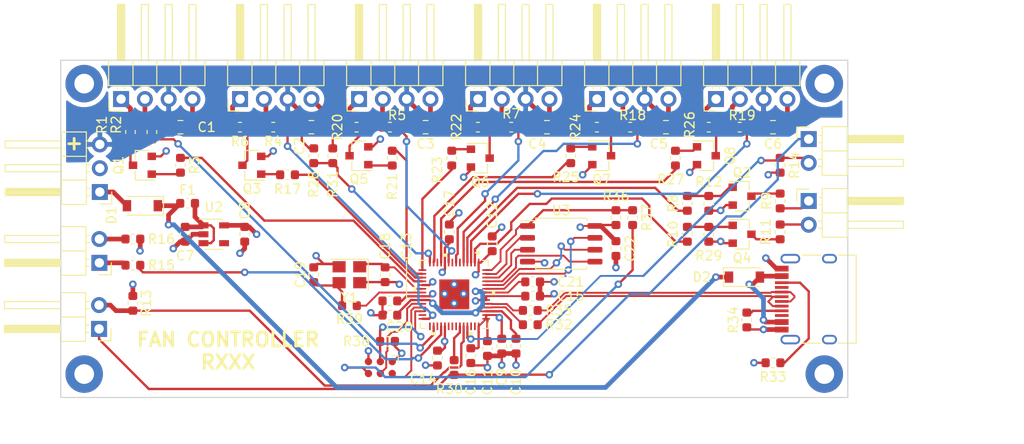
<source format=kicad_pcb>
(kicad_pcb (version 20171130) (host pcbnew 5.1.5+dfsg1-2build2)
  (layers (0 F.Cu signal) (1 In1.Cu power hide) (2 In2.Cu power hide) (31 B.Cu signal) (34 B.Paste user) (35 F.Paste user) (36 B.SilkS user) (37 F.SilkS user) (38 B.Mask user) (39 F.Mask user) (44 Edge.Cuts user))
  (net 0 "")
  (net 1 ENABLE_TEMP)
  (net 2 FPANEL_POWER)
  (net 3 FPANEL_POWER_SW+)
  (net 4 FPANEL_RESET_SW+)
  (net 5 FPANEL_RESET)
  (net 6 WATER_TEMP)
  (net 7 AIR_TEMP)
  (net 8 GND)
  (net 9 "Net-(Q1-Pad1)")
  (net 10 "Net-(Q2-Pad1)")
  (net 11 +12V)
  (net 12 +5V)
  (net 13 "Net-(D1-Pad2)")
  (net 14 "Net-(D2-Pad2)")
  (net 15 ENABLE_TEMP_RAW)
  (net 16 FAN_PWM_RAW_1)
  (net 17 FAN_TACH_RAW_1)
  (net 18 FAN_PWM_RAW_2)
  (net 19 FAN_TACH_RAW_2)
  (net 20 FAN_TACH_RAW_3)
  (net 21 FAN_PWM_RAW_3)
  (net 22 FAN_PWM_RAW_4)
  (net 23 FAN_TACH_RAW_4)
  (net 24 FAN_PWM_RAW_5)
  (net 25 FAN_TACH_RAW_5)
  (net 26 "Net-(Q1-Pad3)")
  (net 27 "Net-(Q3-Pad1)")
  (net 28 "Net-(Q3-Pad3)")
  (net 29 "Net-(Q4-Pad1)")
  (net 30 "Net-(Q5-Pad3)")
  (net 31 "Net-(Q5-Pad1)")
  (net 32 "Net-(Q6-Pad1)")
  (net 33 "Net-(Q6-Pad3)")
  (net 34 "Net-(Q7-Pad1)")
  (net 35 "Net-(Q7-Pad3)")
  (net 36 FAN_TACH_1)
  (net 37 FAN_PWM_1)
  (net 38 FAN_TACH_2)
  (net 39 FAN_TACH_3)
  (net 40 FAN_TACH_4)
  (net 41 WATER_FLOW_TACH)
  (net 42 FAN_PWM_2)
  (net 43 FAN_TACH_5)
  (net 44 FAN_PWM_3)
  (net 45 PC_POWER_SENSE)
  (net 46 FAN_PWM_4)
  (net 47 FAN_PWM_5)
  (net 48 USB_D-)
  (net 49 USB_D+)
  (net 50 "Net-(U1-Pad6)")
  (net 51 "Net-(U1-Pad8)")
  (net 52 "Net-(U1-Pad12)")
  (net 53 "Net-(U1-Pad27)")
  (net 54 "Net-(U1-Pad29)")
  (net 55 "Net-(U1-Pad34)")
  (net 56 "Net-(U1-Pad40)")
  (net 57 VREG_VIN)
  (net 58 VREG_VOUT)
  (net 59 XIN)
  (net 60 "Net-(C19-Pad1)")
  (net 61 5V_RAW)
  (net 62 FAN_PWM_RAW_6)
  (net 63 FAN_TACH_RAW_6)
  (net 64 "Net-(J8-PadS1)")
  (net 65 "Net-(J8-PadB5)")
  (net 66 "Net-(J8-PadA8)")
  (net 67 "Net-(J8-PadA5)")
  (net 68 "Net-(J8-PadB8)")
  (net 69 "Net-(J9-Pad2)")
  (net 70 "Net-(J9-Pad1)")
  (net 71 "Net-(J12-Pad1)")
  (net 72 "Net-(J12-Pad2)")
  (net 73 "Net-(Q8-Pad1)")
  (net 74 "Net-(Q8-Pad3)")
  (net 75 FAN_TACH_6)
  (net 76 FAN_PWM_6)
  (net 77 QSPI_SS)
  (net 78 BOOTSEL)
  (net 79 XOUT)
  (net 80 "Net-(U1-Pad31)")
  (net 81 "Net-(U1-Pad41)")
  (net 82 QSPI_SD3)
  (net 83 QSPI_SCLK)
  (net 84 QSPI_SD0)
  (net 85 QSPI_SD2)
  (net 86 QSPI_SD1)
  (net 87 "Net-(U2-Pad4)")
  (net 88 SWDIO)
  (net 89 RESET)
  (net 90 SWDCLK)
  (net 91 USB_CONN_D+)
  (net 92 USB_CONN_D-)
  (net 93 "Net-(U1-Pad35)")
  (net 94 "Net-(U1-Pad36)")
  (module rp2040:RP2040 (layer F.Cu) (at 142 75 270)
    (fp_text reference U1 hide)
    (fp_text value RP2040 hide)
    (fp_text user * (at -4.445 -2.8 90) (layer F.SilkS))
    (fp_text user * (at -4.445 -2.8 90) (layer F.SilkS))
    (pad 1 smd rect (at -3.4036 -2.6) (size 0.1778 0.8128) (layers F.Cu F.Paste F.Mask) (net 57 VREG_VIN))
    (pad 2 smd rect (at -3.4036 -2.200001) (size 0.1778 0.8128) (layers F.Cu F.Paste F.Mask) (net 5 FPANEL_RESET))
    (pad 3 smd rect (at -3.4036 -1.799999) (size 0.1778 0.8128) (layers F.Cu F.Paste F.Mask) (net 75 FAN_TACH_6))
    (pad 4 smd rect (at -3.4036 -1.4) (size 0.1778 0.8128) (layers F.Cu F.Paste F.Mask) (net 2 FPANEL_POWER))
    (pad 5 smd rect (at -3.4036 -1.000001) (size 0.1778 0.8128) (layers F.Cu F.Paste F.Mask) (net 43 FAN_TACH_5))
    (pad 6 smd rect (at -3.4036 -0.599999) (size 0.1778 0.8128) (layers F.Cu F.Paste F.Mask) (net 50 "Net-(U1-Pad6)"))
    (pad 7 smd rect (at -3.4036 -0.2) (size 0.1778 0.8128) (layers F.Cu F.Paste F.Mask) (net 40 FAN_TACH_4))
    (pad 8 smd rect (at -3.4036 0.2) (size 0.1778 0.8128) (layers F.Cu F.Paste F.Mask) (net 51 "Net-(U1-Pad8)"))
    (pad 9 smd rect (at -3.4036 0.599999) (size 0.1778 0.8128) (layers F.Cu F.Paste F.Mask) (net 39 FAN_TACH_3))
    (pad 10 smd rect (at -3.4036 1.000001) (size 0.1778 0.8128) (layers F.Cu F.Paste F.Mask) (net 57 VREG_VIN))
    (pad 11 smd rect (at -3.4036 1.4) (size 0.1778 0.8128) (layers F.Cu F.Paste F.Mask) (net 76 FAN_PWM_6))
    (pad 12 smd rect (at -3.4036 1.799999) (size 0.1778 0.8128) (layers F.Cu F.Paste F.Mask) (net 52 "Net-(U1-Pad12)"))
    (pad 13 smd rect (at -3.4036 2.200001) (size 0.1778 0.8128) (layers F.Cu F.Paste F.Mask) (net 47 FAN_PWM_5))
    (pad 14 smd rect (at -3.4036 2.6) (size 0.1778 0.8128) (layers F.Cu F.Paste F.Mask) (net 45 PC_POWER_SENSE))
    (pad 15 smd rect (at -2.6 3.4036 270) (size 0.1778 0.8128) (layers F.Cu F.Paste F.Mask) (net 46 FAN_PWM_4))
    (pad 16 smd rect (at -2.200001 3.4036 270) (size 0.1778 0.8128) (layers F.Cu F.Paste F.Mask) (net 44 FAN_PWM_3))
    (pad 17 smd rect (at -1.799999 3.4036 270) (size 0.1778 0.8128) (layers F.Cu F.Paste F.Mask) (net 42 FAN_PWM_2))
    (pad 18 smd rect (at -1.4 3.4036 270) (size 0.1778 0.8128) (layers F.Cu F.Paste F.Mask) (net 37 FAN_PWM_1))
    (pad 19 smd rect (at -1.000001 3.4036 270) (size 0.1778 0.8128) (layers F.Cu F.Paste F.Mask) (net 8 GND))
    (pad 20 smd rect (at -0.599999 3.4036 270) (size 0.1778 0.8128) (layers F.Cu F.Paste F.Mask) (net 59 XIN))
    (pad 21 smd rect (at -0.2 3.4036 270) (size 0.1778 0.8128) (layers F.Cu F.Paste F.Mask) (net 79 XOUT))
    (pad 22 smd rect (at 0.2 3.4036 270) (size 0.1778 0.8128) (layers F.Cu F.Paste F.Mask) (net 57 VREG_VIN))
    (pad 23 smd rect (at 0.599999 3.4036 270) (size 0.1778 0.8128) (layers F.Cu F.Paste F.Mask) (net 58 VREG_VOUT))
    (pad 24 smd rect (at 1.000001 3.4036 270) (size 0.1778 0.8128) (layers F.Cu F.Paste F.Mask) (net 90 SWDCLK))
    (pad 25 smd rect (at 1.4 3.4036 270) (size 0.1778 0.8128) (layers F.Cu F.Paste F.Mask) (net 88 SWDIO))
    (pad 26 smd rect (at 1.799999 3.4036 270) (size 0.1778 0.8128) (layers F.Cu F.Paste F.Mask) (net 89 RESET))
    (pad 27 smd rect (at 2.200001 3.4036 270) (size 0.1778 0.8128) (layers F.Cu F.Paste F.Mask) (net 53 "Net-(U1-Pad27)"))
    (pad 28 smd rect (at 2.6 3.4036 270) (size 0.1778 0.8128) (layers F.Cu F.Paste F.Mask) (net 38 FAN_TACH_2))
    (pad 29 smd rect (at 3.4036 2.6) (size 0.1778 0.8128) (layers F.Cu F.Paste F.Mask) (net 54 "Net-(U1-Pad29)"))
    (pad 30 smd rect (at 3.4036 2.200001) (size 0.1778 0.8128) (layers F.Cu F.Paste F.Mask) (net 36 FAN_TACH_1))
    (pad 31 smd rect (at 3.4036 1.799999) (size 0.1778 0.8128) (layers F.Cu F.Paste F.Mask) (net 80 "Net-(U1-Pad31)"))
    (pad 32 smd rect (at 3.4036 1.4) (size 0.1778 0.8128) (layers F.Cu F.Paste F.Mask) (net 41 WATER_FLOW_TACH))
    (pad 33 smd rect (at 3.4036 1.000001) (size 0.1778 0.8128) (layers F.Cu F.Paste F.Mask) (net 57 VREG_VIN))
    (pad 34 smd rect (at 3.4036 0.599999) (size 0.1778 0.8128) (layers F.Cu F.Paste F.Mask) (net 55 "Net-(U1-Pad34)"))
    (pad 35 smd rect (at 3.4036 0.2) (size 0.1778 0.8128) (layers F.Cu F.Paste F.Mask) (net 93 "Net-(U1-Pad35)"))
    (pad 36 smd rect (at 3.4036 -0.2) (size 0.1778 0.8128) (layers F.Cu F.Paste F.Mask) (net 94 "Net-(U1-Pad36)"))
    (pad 37 smd rect (at 3.4036 -0.599999) (size 0.1778 0.8128) (layers F.Cu F.Paste F.Mask) (net 1 ENABLE_TEMP))
    (pad 38 smd rect (at 3.4036 -1.000001) (size 0.1778 0.8128) (layers F.Cu F.Paste F.Mask) (net 6 WATER_TEMP))
    (pad 39 smd rect (at 3.4036 -1.4) (size 0.1778 0.8128) (layers F.Cu F.Paste F.Mask) (net 7 AIR_TEMP))
    (pad 40 smd rect (at 3.4036 -1.799999) (size 0.1778 0.8128) (layers F.Cu F.Paste F.Mask) (net 56 "Net-(U1-Pad40)"))
    (pad 41 smd rect (at 3.4036 -2.200001) (size 0.1778 0.8128) (layers F.Cu F.Paste F.Mask) (net 81 "Net-(U1-Pad41)"))
    (pad 42 smd rect (at 3.4036 -2.6) (size 0.1778 0.8128) (layers F.Cu F.Paste F.Mask) (net 57 VREG_VIN))
    (pad 43 smd rect (at 2.6 -3.4036 270) (size 0.1778 0.8128) (layers F.Cu F.Paste F.Mask) (net 57 VREG_VIN))
    (pad 44 smd rect (at 2.200001 -3.4036 270) (size 0.1778 0.8128) (layers F.Cu F.Paste F.Mask) (net 57 VREG_VIN))
    (pad 45 smd rect (at 1.799999 -3.4036 270) (size 0.1778 0.8128) (layers F.Cu F.Paste F.Mask) (net 58 VREG_VOUT))
    (pad 46 smd rect (at 1.4 -3.4036 270) (size 0.1778 0.8128) (layers F.Cu F.Paste F.Mask) (net 48 USB_D-))
    (pad 47 smd rect (at 1.000001 -3.4036 270) (size 0.1778 0.8128) (layers F.Cu F.Paste F.Mask) (net 49 USB_D+))
    (pad 48 smd rect (at 0.599999 -3.4036 270) (size 0.1778 0.8128) (layers F.Cu F.Paste F.Mask) (net 57 VREG_VIN))
    (pad 49 smd rect (at 0.2 -3.4036 270) (size 0.1778 0.8128) (layers F.Cu F.Paste F.Mask) (net 57 VREG_VIN))
    (pad 50 smd rect (at -0.2 -3.4036 270) (size 0.1778 0.8128) (layers F.Cu F.Paste F.Mask) (net 58 VREG_VOUT))
    (pad 51 smd rect (at -0.599999 -3.4036 270) (size 0.1778 0.8128) (layers F.Cu F.Paste F.Mask) (net 82 QSPI_SD3))
    (pad 52 smd rect (at -1.000001 -3.4036 270) (size 0.1778 0.8128) (layers F.Cu F.Paste F.Mask) (net 83 QSPI_SCLK))
    (pad 53 smd rect (at -1.4 -3.4036 270) (size 0.1778 0.8128) (layers F.Cu F.Paste F.Mask) (net 84 QSPI_SD0))
    (pad 54 smd rect (at -1.799999 -3.4036 270) (size 0.1778 0.8128) (layers F.Cu F.Paste F.Mask) (net 85 QSPI_SD2))
    (pad 55 smd rect (at -2.200001 -3.4036 270) (size 0.1778 0.8128) (layers F.Cu F.Paste F.Mask) (net 86 QSPI_SD1))
    (pad 56 smd rect (at -2.6 -3.4036 270) (size 0.1778 0.8128) (layers F.Cu F.Paste F.Mask) (net 77 QSPI_SS))
    (pad 57 smd rect (at 0 0 270) (size 3.2004 3.2004) (layers F.Cu F.Mask) (net 8 GND))
  )
  (module Connector_PinHeader_2.54mm:PinHeader_1x04_P2.54mm_Horizontal (layer F.Cu) (at 157.24 54.15 90)
    (fp_text reference J5 hide)
    (fp_text value CPU hide)
    (pad 1 thru_hole rect (at 0 0 90) (size 1.7 1.7) (drill 1) (layers *.Cu *.Mask) (net 24 FAN_PWM_RAW_5))
    (pad 2 thru_hole oval (at 0 2.54 90) (size 1.7 1.7) (drill 1) (layers *.Cu *.Mask) (net 25 FAN_TACH_RAW_5))
    (pad 3 thru_hole oval (at 0 5.08 90) (size 1.7 1.7) (drill 1) (layers *.Cu *.Mask) (net 11 +12V))
    (pad 4 thru_hole oval (at 0 7.62 90) (size 1.7 1.7) (drill 1) (layers *.Cu *.Mask) (net 8 GND))
  )
  (module Connector_PinHeader_2.54mm:PinHeader_1x04_P2.54mm_Horizontal (layer F.Cu) (at 106.44 54.15 90)
    (fp_text reference J1 hide)
    (fp_text value FAN1 hide)
    (pad 1 thru_hole rect (at 0 0 90) (size 1.7 1.7) (drill 1) (layers *.Cu *.Mask) (net 16 FAN_PWM_RAW_1))
    (pad 2 thru_hole oval (at 0 2.54 90) (size 1.7 1.7) (drill 1) (layers *.Cu *.Mask) (net 17 FAN_TACH_RAW_1))
    (pad 3 thru_hole oval (at 0 5.08 90) (size 1.7 1.7) (drill 1) (layers *.Cu *.Mask) (net 11 +12V))
    (pad 4 thru_hole oval (at 0 7.62 90) (size 1.7 1.7) (drill 1) (layers *.Cu *.Mask) (net 8 GND))
  )
  (module Connector_PinHeader_2.54mm:PinHeader_1x02_P2.54mm_Horizontal (layer F.Cu) (at 104.12 71.63 180)
    (fp_text reference J9 hide)
    (fp_text value WATER_FLOW hide)
    (pad 2 thru_hole oval (at 0 2.54 180) (size 1.7 1.7) (drill 1) (layers *.Cu *.Mask) (net 69 "Net-(J9-Pad2)"))
    (pad 1 thru_hole rect (at 0 0 180) (size 1.7 1.7) (drill 1) (layers *.Cu *.Mask) (net 70 "Net-(J9-Pad1)"))
  )
  (module Connector_PinHeader_2.54mm:PinHeader_1x02_P2.54mm_Horizontal (layer F.Cu) (at 179.832 58.42)
    (fp_text reference J10 hide)
    (fp_text value AIR_TEMP hide)
    (pad 1 thru_hole rect (at 0 0) (size 1.7 1.7) (drill 1) (layers *.Cu *.Mask) (net 15 ENABLE_TEMP_RAW))
    (pad 2 thru_hole oval (at 0 2.54) (size 1.7 1.7) (drill 1) (layers *.Cu *.Mask) (net 7 AIR_TEMP))
  )
  (module Connector_PinHeader_2.54mm:PinHeader_1x04_P2.54mm_Horizontal (layer F.Cu) (at 119.14 54.15 90)
    (fp_text reference J2 hide)
    (fp_text value FAN2 hide)
    (pad 1 thru_hole rect (at 0 0 90) (size 1.7 1.7) (drill 1) (layers *.Cu *.Mask) (net 18 FAN_PWM_RAW_2))
    (pad 2 thru_hole oval (at 0 2.54 90) (size 1.7 1.7) (drill 1) (layers *.Cu *.Mask) (net 19 FAN_TACH_RAW_2))
    (pad 3 thru_hole oval (at 0 5.08 90) (size 1.7 1.7) (drill 1) (layers *.Cu *.Mask) (net 11 +12V))
    (pad 4 thru_hole oval (at 0 7.62 90) (size 1.7 1.7) (drill 1) (layers *.Cu *.Mask) (net 8 GND))
  )
  (module Connector_PinHeader_2.54mm:PinHeader_1x04_P2.54mm_Horizontal (layer F.Cu) (at 131.84 54.15 90)
    (fp_text reference J3 hide)
    (fp_text value FAN3 hide)
    (pad 4 thru_hole oval (at 0 7.62 90) (size 1.7 1.7) (drill 1) (layers *.Cu *.Mask) (net 8 GND))
    (pad 3 thru_hole oval (at 0 5.08 90) (size 1.7 1.7) (drill 1) (layers *.Cu *.Mask) (net 11 +12V))
    (pad 2 thru_hole oval (at 0 2.54 90) (size 1.7 1.7) (drill 1) (layers *.Cu *.Mask) (net 20 FAN_TACH_RAW_3))
    (pad 1 thru_hole rect (at 0 0 90) (size 1.7 1.7) (drill 1) (layers *.Cu *.Mask) (net 21 FAN_PWM_RAW_3))
  )
  (module Connector_PinHeader_2.54mm:PinHeader_1x04_P2.54mm_Horizontal (layer F.Cu) (at 144.54 54.15 90)
    (fp_text reference J4 hide)
    (fp_text value FAN4 hide)
    (pad 1 thru_hole rect (at 0 0 90) (size 1.7 1.7) (drill 1) (layers *.Cu *.Mask) (net 22 FAN_PWM_RAW_4))
    (pad 2 thru_hole oval (at 0 2.54 90) (size 1.7 1.7) (drill 1) (layers *.Cu *.Mask) (net 23 FAN_TACH_RAW_4))
    (pad 3 thru_hole oval (at 0 5.08 90) (size 1.7 1.7) (drill 1) (layers *.Cu *.Mask) (net 11 +12V))
    (pad 4 thru_hole oval (at 0 7.62 90) (size 1.7 1.7) (drill 1) (layers *.Cu *.Mask) (net 8 GND))
  )
  (module Resistor_SMD:R_0603_1608Metric (layer F.Cu) (at 113.284 68.58 270)
    (fp_text reference C7 (at 2.286 0 180) (layer F.SilkS))
    (fp_text value 1u)
    (pad 1 smd roundrect (at -0.7875 0 270) (size 0.875 0.95) (layers F.Cu F.Paste F.Mask) (net 12 +5V))
    (pad 2 smd roundrect (at 0.7875 0 270) (size 0.875 0.95) (layers F.Cu F.Paste F.Mask) (net 8 GND))
  )
  (module Resistor_SMD:R_0603_1608Metric (layer F.Cu) (at 119.634 68.58 270)
    (fp_text reference C8 (at -2.54 0 90) (layer F.SilkS))
    (fp_text value 1u)
    (pad 2 smd roundrect (at 0.7875 0 270) (size 0.875 0.95) (layers F.Cu F.Paste F.Mask) (net 8 GND))
    (pad 1 smd roundrect (at -0.7875 0 270) (size 0.875 0.95) (layers F.Cu F.Paste F.Mask) (net 57 VREG_VIN))
  )
  (module Resistor_SMD:R_0603_1608Metric (layer F.Cu) (at 147.066 80.518 270)
    (fp_text reference C9 (at 3.302 0 90) (layer F.SilkS))
    (fp_text value 1u)
    (pad 2 smd roundrect (at 0.7875 0 270) (size 0.875 0.95) (layers F.Cu F.Paste F.Mask) (net 8 GND))
    (pad 1 smd roundrect (at -0.7875 0 270) (size 0.875 0.95) (layers F.Cu F.Paste F.Mask) (net 57 VREG_VIN))
  )
  (module Resistor_SMD:R_0603_1608Metric (layer F.Cu) (at 148.59 80.518 270)
    (fp_text reference C10 (at 3.81 0 90) (layer F.SilkS))
    (fp_text value 1u)
    (pad 1 smd roundrect (at -0.7875 0 270) (size 0.875 0.95) (layers F.Cu F.Paste F.Mask) (net 58 VREG_VOUT))
    (pad 2 smd roundrect (at 0.7875 0 270) (size 0.875 0.95) (layers F.Cu F.Paste F.Mask) (net 8 GND))
  )
  (module Resistor_SMD:R_0603_1608Metric (layer F.Cu) (at 145.542 80.772 270)
    (fp_text reference C11 (at 3.556 0 90) (layer F.SilkS))
    (fp_text value 100n)
    (pad 2 smd roundrect (at 0.7875 0 270) (size 0.875 0.95) (layers F.Cu F.Paste F.Mask) (net 8 GND))
    (pad 1 smd roundrect (at -0.7875 0 270) (size 0.875 0.95) (layers F.Cu F.Paste F.Mask) (net 57 VREG_VIN))
  )
  (module Resistor_SMD:R_0603_1608Metric (layer F.Cu) (at 146.05 69.596 90)
    (fp_text reference C12 (at 3.048 0 90) (layer F.SilkS))
    (fp_text value 100n)
    (pad 1 smd roundrect (at -0.7875 0 90) (size 0.875 0.95) (layers F.Cu F.Paste F.Mask) (net 57 VREG_VIN))
    (pad 2 smd roundrect (at 0.7875 0 90) (size 0.875 0.95) (layers F.Cu F.Paste F.Mask) (net 8 GND))
  )
  (module Resistor_SMD:R_0603_1608Metric (layer F.Cu) (at 135.128 75.692 180)
    (fp_text reference C13 (at -1.778 5.842 90) (layer F.SilkS))
    (fp_text value 100n)
    (pad 2 smd roundrect (at 0.7875 0 180) (size 0.875 0.95) (layers F.Cu F.Paste F.Mask) (net 8 GND))
    (pad 1 smd roundrect (at -0.7875 0 180) (size 0.875 0.95) (layers F.Cu F.Paste F.Mask) (net 57 VREG_VIN))
  )
  (module Resistor_SMD:R_0603_1608Metric (layer F.Cu) (at 140.208 81.788 270)
    (fp_text reference C14 (at 2.286 1.524 180) (layer F.SilkS))
    (fp_text value 100n)
    (pad 1 smd roundrect (at -0.7875 0 270) (size 0.875 0.95) (layers F.Cu F.Paste F.Mask) (net 57 VREG_VIN))
    (pad 2 smd roundrect (at 0.7875 0 270) (size 0.875 0.95) (layers F.Cu F.Paste F.Mask) (net 8 GND))
  )
  (module Resistor_SMD:R_0603_1608Metric (layer F.Cu) (at 150.368 75.184)
    (fp_text reference C15 (at 4.064 0) (layer F.SilkS))
    (fp_text value 100n)
    (pad 2 smd roundrect (at 0.7875 0) (size 0.875 0.95) (layers F.Cu F.Paste F.Mask) (net 8 GND))
    (pad 1 smd roundrect (at -0.7875 0) (size 0.875 0.95) (layers F.Cu F.Paste F.Mask) (net 57 VREG_VIN))
  )
  (module Resistor_SMD:R_0603_1608Metric (layer F.Cu) (at 143.764 81.534 270)
    (fp_text reference C16 (at 2.794 0 90) (layer F.SilkS))
    (fp_text value 100n)
    (pad 1 smd roundrect (at -0.7875 0 270) (size 0.875 0.95) (layers F.Cu F.Paste F.Mask) (net 57 VREG_VIN))
    (pad 2 smd roundrect (at 0.7875 0 270) (size 0.875 0.95) (layers F.Cu F.Paste F.Mask) (net 8 GND))
  )
  (module Resistor_SMD:R_0603_1608Metric (layer F.Cu) (at 141.478 68.326 90)
    (fp_text reference C17 (at 3.048 0 90) (layer F.SilkS))
    (fp_text value 100n)
    (pad 1 smd roundrect (at -0.7875 0 90) (size 0.875 0.95) (layers F.Cu F.Paste F.Mask) (net 57 VREG_VIN))
    (pad 2 smd roundrect (at 0.7875 0 90) (size 0.875 0.95) (layers F.Cu F.Paste F.Mask) (net 8 GND))
  )
  (module Resistor_SMD:R_0603_1608Metric (layer F.Cu) (at 134.62 72.898 270)
    (fp_text reference C18 (at -3.048 0 90) (layer F.SilkS))
    (fp_text value 27p)
    (pad 1 smd roundrect (at -0.7875 0 270) (size 0.875 0.95) (layers F.Cu F.Paste F.Mask) (net 59 XIN))
    (pad 2 smd roundrect (at 0.7875 0 270) (size 0.875 0.95) (layers F.Cu F.Paste F.Mask) (net 8 GND))
  )
  (module Resistor_SMD:R_0603_1608Metric (layer F.Cu) (at 127 72.898 90)
    (fp_text reference C19 (at 0 -1.43 90) (layer F.SilkS))
    (fp_text value 27p)
    (pad 2 smd roundrect (at 0.7875 0 90) (size 0.875 0.95) (layers F.Cu F.Paste F.Mask) (net 8 GND))
    (pad 1 smd roundrect (at -0.7875 0 90) (size 0.875 0.95) (layers F.Cu F.Paste F.Mask) (net 60 "Net-(C19-Pad1)"))
  )
  (module Resistor_SMD:R_0603_1608Metric (layer F.Cu) (at 135.128 77.216 180)
    (fp_text reference C20 (at -1.016 -1.27 180) (layer F.SilkS))
    (fp_text value 100n)
    (pad 1 smd roundrect (at -0.7875 0 180) (size 0.875 0.95) (layers F.Cu F.Paste F.Mask) (net 58 VREG_VOUT))
    (pad 2 smd roundrect (at 0.7875 0 180) (size 0.875 0.95) (layers F.Cu F.Paste F.Mask) (net 8 GND))
  )
  (module Resistor_SMD:R_0603_1608Metric (layer F.Cu) (at 150.368 73.66)
    (fp_text reference C21 (at 4.064 0) (layer F.SilkS))
    (fp_text value 100n)
    (pad 2 smd roundrect (at 0.7875 0) (size 0.875 0.95) (layers F.Cu F.Paste F.Mask) (net 8 GND))
    (pad 1 smd roundrect (at -0.7875 0) (size 0.875 0.95) (layers F.Cu F.Paste F.Mask) (net 58 VREG_VOUT))
  )
  (module Diode_SMD:D_SOD-123 (layer F.Cu) (at 108.712 65.532 180)
    (fp_text reference D1 (at 3.302 -1.016 90) (layer F.SilkS))
    (fp_text value MBR120)
    (pad 2 smd rect (at 1.65 0 180) (size 0.9 1.2) (layers F.Cu F.Paste F.Mask) (net 13 "Net-(D1-Pad2)"))
    (pad 1 smd rect (at -1.65 0 180) (size 0.9 1.2) (layers F.Cu F.Paste F.Mask) (net 61 5V_RAW))
  )
  (module Diode_SMD:D_SOD-123 (layer F.Cu) (at 172.974 73.152)
    (fp_text reference D2 (at -4.572 0) (layer F.SilkS))
    (fp_text value MBR120)
    (pad 1 smd rect (at -1.65 0) (size 0.9 1.2) (layers F.Cu F.Paste F.Mask) (net 61 5V_RAW))
    (pad 2 smd rect (at 1.65 0) (size 0.9 1.2) (layers F.Cu F.Paste F.Mask) (net 14 "Net-(D2-Pad2)"))
  )
  (module Fuse:Fuse_0603_1608Metric (layer F.Cu) (at 113.538 65.278)
    (fp_text reference F1 (at 0 -1.43) (layer F.SilkS))
    (fp_text value 100mA)
    (pad 1 smd roundrect (at -0.7875 0) (size 0.875 0.95) (layers F.Cu F.Paste F.Mask) (net 61 5V_RAW))
    (pad 2 smd roundrect (at 0.7875 0) (size 0.875 0.95) (layers F.Cu F.Paste F.Mask) (net 12 +5V))
  )
  (module Connector_PinHeader_2.54mm:PinHeader_1x04_P2.54mm_Horizontal (layer F.Cu) (at 169.94 54.15 90)
    (fp_text reference J6 hide)
    (fp_text value PUMP)
    (pad 1 thru_hole rect (at 0 0 90) (size 1.7 1.7) (drill 1) (layers *.Cu *.Mask) (net 62 FAN_PWM_RAW_6))
    (pad 2 thru_hole oval (at 0 2.54 90) (size 1.7 1.7) (drill 1) (layers *.Cu *.Mask) (net 63 FAN_TACH_RAW_6))
    (pad 3 thru_hole oval (at 0 5.08 90) (size 1.7 1.7) (drill 1) (layers *.Cu *.Mask) (net 11 +12V))
    (pad 4 thru_hole oval (at 0 7.62 90) (size 1.7 1.7) (drill 1) (layers *.Cu *.Mask) (net 8 GND))
  )
  (module Connector_USB:USB_C_Receptacle_HRO_TYPE-C-31-M-12 (layer F.Cu) (at 181 75.5 90)
    (fp_text reference J8 hide)
    (fp_text value USB_C_Receptacle_USB2.0 hide)
    (pad S1 thru_hole oval (at 4.32 1.05 90) (size 1 1.6) (drill oval 0.6 1.2) (layers *.Cu *.Mask) (net 64 "Net-(J8-PadS1)"))
    (pad "" np_thru_hole circle (at 2.89 -2.6 90) (size 0.65 0.65) (drill 0.65) (layers *.Cu *.Mask))
    (pad S1 thru_hole oval (at -4.32 1.05 90) (size 1 1.6) (drill oval 0.6 1.2) (layers *.Cu *.Mask) (net 64 "Net-(J8-PadS1)"))
    (pad "" np_thru_hole circle (at -2.89 -2.6 90) (size 0.65 0.65) (drill 0.65) (layers *.Cu *.Mask))
    (pad S1 thru_hole oval (at -4.32 -3.13 90) (size 1 2.1) (drill oval 0.6 1.7) (layers *.Cu *.Mask) (net 64 "Net-(J8-PadS1)"))
    (pad S1 thru_hole oval (at 4.32 -3.13 90) (size 1 2.1) (drill oval 0.6 1.7) (layers *.Cu *.Mask) (net 64 "Net-(J8-PadS1)"))
    (pad A6 smd rect (at -0.25 -4.045 90) (size 0.3 1.45) (layers F.Cu F.Paste F.Mask) (net 91 USB_CONN_D+))
    (pad B5 smd rect (at 1.75 -4.045 90) (size 0.3 1.45) (layers F.Cu F.Paste F.Mask) (net 65 "Net-(J8-PadB5)"))
    (pad A8 smd rect (at 1.25 -4.045 90) (size 0.3 1.45) (layers F.Cu F.Paste F.Mask) (net 66 "Net-(J8-PadA8)"))
    (pad B6 smd rect (at 0.75 -4.045 90) (size 0.3 1.45) (layers F.Cu F.Paste F.Mask) (net 91 USB_CONN_D+))
    (pad A7 smd rect (at 0.25 -4.045 90) (size 0.3 1.45) (layers F.Cu F.Paste F.Mask) (net 92 USB_CONN_D-))
    (pad B7 smd rect (at -0.75 -4.045 90) (size 0.3 1.45) (layers F.Cu F.Paste F.Mask) (net 92 USB_CONN_D-))
    (pad A5 smd rect (at -1.25 -4.045 90) (size 0.3 1.45) (layers F.Cu F.Paste F.Mask) (net 67 "Net-(J8-PadA5)"))
    (pad B8 smd rect (at -1.75 -4.045 90) (size 0.3 1.45) (layers F.Cu F.Paste F.Mask) (net 68 "Net-(J8-PadB8)"))
    (pad A12 smd rect (at 3.25 -4.045 90) (size 0.6 1.45) (layers F.Cu F.Paste F.Mask) (net 8 GND))
    (pad B4 smd rect (at 2.45 -4.045 90) (size 0.6 1.45) (layers F.Cu F.Paste F.Mask) (net 14 "Net-(D2-Pad2)"))
    (pad A4 smd rect (at -2.45 -4.045 90) (size 0.6 1.45) (layers F.Cu F.Paste F.Mask) (net 14 "Net-(D2-Pad2)"))
    (pad A1 smd rect (at -3.25 -4.045 90) (size 0.6 1.45) (layers F.Cu F.Paste F.Mask) (net 8 GND))
    (pad B12 smd rect (at -3.25 -4.045 90) (size 0.6 1.45) (layers F.Cu F.Paste F.Mask) (net 8 GND))
    (pad B9 smd rect (at -2.45 -4.045 90) (size 0.6 1.45) (layers F.Cu F.Paste F.Mask) (net 14 "Net-(D2-Pad2)"))
    (pad A9 smd rect (at 2.45 -4.045 90) (size 0.6 1.45) (layers F.Cu F.Paste F.Mask) (net 14 "Net-(D2-Pad2)"))
    (pad B1 smd rect (at 3.25 -4.045 90) (size 0.6 1.45) (layers F.Cu F.Paste F.Mask) (net 8 GND))
  )
  (module Connector_PinHeader_2.54mm:PinHeader_1x02_P2.54mm_Horizontal (layer F.Cu) (at 104.09 78.68 180)
    (fp_text reference J11 hide)
    (fp_text value WATER_TEMP hide)
    (pad 2 thru_hole oval (at 0 2.54 180) (size 1.7 1.7) (drill 1) (layers *.Cu *.Mask) (net 6 WATER_TEMP))
    (pad 1 thru_hole rect (at 0 0 180) (size 1.7 1.7) (drill 1) (layers *.Cu *.Mask) (net 15 ENABLE_TEMP_RAW))
  )
  (module Connector_PinHeader_2.54mm:PinHeader_1x02_P2.54mm_Horizontal (layer F.Cu) (at 179.832 65.024)
    (fp_text reference J12 hide)
    (fp_text value FPANEL hide)
    (pad 1 thru_hole rect (at 0 0) (size 1.7 1.7) (drill 1) (layers *.Cu *.Mask) (net 71 "Net-(J12-Pad1)"))
    (pad 2 thru_hole oval (at 0 2.54) (size 1.7 1.7) (drill 1) (layers *.Cu *.Mask) (net 72 "Net-(J12-Pad2)"))
  )
  (module Package_TO_SOT_SMD:SOT-23 (layer F.Cu) (at 108.712 61.214 180)
    (fp_text reference Q1 (at 2.54 0 90) (layer F.SilkS))
    (fp_text value 2N7002)
    (pad 3 smd rect (at 1 0 180) (size 0.9 0.8) (layers F.Cu F.Paste F.Mask) (net 26 "Net-(Q1-Pad3)"))
    (pad 2 smd rect (at -1 0.95 180) (size 0.9 0.8) (layers F.Cu F.Paste F.Mask) (net 8 GND))
    (pad 1 smd rect (at -1 -0.95 180) (size 0.9 0.8) (layers F.Cu F.Paste F.Mask) (net 9 "Net-(Q1-Pad1)"))
  )
  (module Package_TO_SOT_SMD:SOT-23 (layer F.Cu) (at 172.72 64.516)
    (fp_text reference Q2 (at 0 -2.5) (layer F.SilkS))
    (fp_text value 2N7002)
    (pad 3 smd rect (at 1 0) (size 0.9 0.8) (layers F.Cu F.Paste F.Mask) (net 3 FPANEL_POWER_SW+))
    (pad 2 smd rect (at -1 0.95) (size 0.9 0.8) (layers F.Cu F.Paste F.Mask) (net 8 GND))
    (pad 1 smd rect (at -1 -0.95) (size 0.9 0.8) (layers F.Cu F.Paste F.Mask) (net 10 "Net-(Q2-Pad1)"))
  )
  (module Package_TO_SOT_SMD:SOT-23 (layer F.Cu) (at 120.396 61.214 180)
    (fp_text reference Q3 (at 0 -2.5) (layer F.SilkS))
    (fp_text value 2N7002)
    (pad 1 smd rect (at -1 -0.95 180) (size 0.9 0.8) (layers F.Cu F.Paste F.Mask) (net 27 "Net-(Q3-Pad1)"))
    (pad 2 smd rect (at -1 0.95 180) (size 0.9 0.8) (layers F.Cu F.Paste F.Mask) (net 8 GND))
    (pad 3 smd rect (at 1 0 180) (size 0.9 0.8) (layers F.Cu F.Paste F.Mask) (net 28 "Net-(Q3-Pad3)"))
  )
  (module Package_TO_SOT_SMD:SOT-23 (layer F.Cu) (at 172.72 68.58)
    (fp_text reference Q4 (at 0 2.54) (layer F.SilkS))
    (fp_text value 2N7002)
    (pad 1 smd rect (at -1 -0.95) (size 0.9 0.8) (layers F.Cu F.Paste F.Mask) (net 29 "Net-(Q4-Pad1)"))
    (pad 2 smd rect (at -1 0.95) (size 0.9 0.8) (layers F.Cu F.Paste F.Mask) (net 8 GND))
    (pad 3 smd rect (at 1 0) (size 0.9 0.8) (layers F.Cu F.Paste F.Mask) (net 4 FPANEL_RESET_SW+))
  )
  (module Package_TO_SOT_SMD:SOT-23 (layer F.Cu) (at 131.826 60.198 180)
    (fp_text reference Q5 (at 0 -2.5) (layer F.SilkS))
    (fp_text value 2N7002)
    (pad 3 smd rect (at 1 0 180) (size 0.9 0.8) (layers F.Cu F.Paste F.Mask) (net 30 "Net-(Q5-Pad3)"))
    (pad 2 smd rect (at -1 0.95 180) (size 0.9 0.8) (layers F.Cu F.Paste F.Mask) (net 8 GND))
    (pad 1 smd rect (at -1 -0.95 180) (size 0.9 0.8) (layers F.Cu F.Paste F.Mask) (net 31 "Net-(Q5-Pad1)"))
  )
  (module Package_TO_SOT_SMD:SOT-23 (layer F.Cu) (at 144.78 60.452)
    (fp_text reference Q6 (at 0 2.54 180) (layer F.SilkS))
    (fp_text value 2N7002)
    (pad 1 smd rect (at -1 -0.95) (size 0.9 0.8) (layers F.Cu F.Paste F.Mask) (net 32 "Net-(Q6-Pad1)"))
    (pad 2 smd rect (at -1 0.95) (size 0.9 0.8) (layers F.Cu F.Paste F.Mask) (net 8 GND))
    (pad 3 smd rect (at 1 0) (size 0.9 0.8) (layers F.Cu F.Paste F.Mask) (net 33 "Net-(Q6-Pad3)"))
  )
  (module Package_TO_SOT_SMD:SOT-23 (layer F.Cu) (at 157.734 60.198)
    (fp_text reference Q7 (at 0 2.54) (layer F.SilkS))
    (fp_text value 2N7002)
    (pad 3 smd rect (at 1 0) (size 0.9 0.8) (layers F.Cu F.Paste F.Mask) (net 35 "Net-(Q7-Pad3)"))
    (pad 2 smd rect (at -1 0.95) (size 0.9 0.8) (layers F.Cu F.Paste F.Mask) (net 8 GND))
    (pad 1 smd rect (at -1 -0.95) (size 0.9 0.8) (layers F.Cu F.Paste F.Mask) (net 34 "Net-(Q7-Pad1)"))
  )
  (module Package_TO_SOT_SMD:SOT-23 (layer F.Cu) (at 168.91 60.198)
    (fp_text reference Q8 (at 2.54 0 90) (layer F.SilkS))
    (fp_text value 2N7002)
    (pad 1 smd rect (at -1 -0.95) (size 0.9 0.8) (layers F.Cu F.Paste F.Mask) (net 73 "Net-(Q8-Pad1)"))
    (pad 2 smd rect (at -1 0.95) (size 0.9 0.8) (layers F.Cu F.Paste F.Mask) (net 8 GND))
    (pad 3 smd rect (at 1 0) (size 0.9 0.8) (layers F.Cu F.Paste F.Mask) (net 74 "Net-(Q8-Pad3)"))
  )
  (module Resistor_SMD:R_0603_1608Metric (layer F.Cu) (at 107.442 57.658 270)
    (fp_text reference R1 (at -0.762 3.048 90) (layer F.SilkS))
    (fp_text value 470)
    (pad 2 smd roundrect (at 0.7875 0 270) (size 0.875 0.95) (layers F.Cu F.Paste F.Mask) (net 26 "Net-(Q1-Pad3)"))
    (pad 1 smd roundrect (at -0.7875 0 270) (size 0.875 0.95) (layers F.Cu F.Paste F.Mask) (net 16 FAN_PWM_RAW_1))
  )
  (module Resistor_SMD:R_0603_1608Metric (layer F.Cu) (at 109.728 57.658 270)
    (fp_text reference R2 (at -0.762 3.81 90) (layer F.SilkS))
    (fp_text value 470)
    (pad 1 smd roundrect (at -0.7875 0 270) (size 0.875 0.95) (layers F.Cu F.Paste F.Mask) (net 17 FAN_TACH_RAW_1))
    (pad 2 smd roundrect (at 0.7875 0 270) (size 0.875 0.95) (layers F.Cu F.Paste F.Mask) (net 36 FAN_TACH_1))
  )
  (module Resistor_SMD:R_0603_1608Metric (layer F.Cu) (at 112.776 61.214 90)
    (fp_text reference R3 (at 0 1.524 90) (layer F.SilkS))
    (fp_text value 100)
    (pad 1 smd roundrect (at -0.7875 0 90) (size 0.875 0.95) (layers F.Cu F.Paste F.Mask) (net 9 "Net-(Q1-Pad1)"))
    (pad 2 smd roundrect (at 0.7875 0 90) (size 0.875 0.95) (layers F.Cu F.Paste F.Mask) (net 37 FAN_PWM_1))
  )
  (module Resistor_SMD:R_0603_1608Metric (layer F.Cu) (at 122.682 57.15)
    (fp_text reference R4 (at 0 1.524) (layer F.SilkS))
    (fp_text value 470)
    (pad 2 smd roundrect (at 0.7875 0) (size 0.875 0.95) (layers F.Cu F.Paste F.Mask) (net 38 FAN_TACH_2))
    (pad 1 smd roundrect (at -0.7875 0) (size 0.875 0.95) (layers F.Cu F.Paste F.Mask) (net 19 FAN_TACH_RAW_2))
  )
  (module Resistor_SMD:R_0603_1608Metric (layer F.Cu) (at 135.128 57.15)
    (fp_text reference R5 (at 0.762 -1.27) (layer F.SilkS))
    (fp_text value 470)
    (pad 1 smd roundrect (at -0.7875 0) (size 0.875 0.95) (layers F.Cu F.Paste F.Mask) (net 20 FAN_TACH_RAW_3))
    (pad 2 smd roundrect (at 0.7875 0) (size 0.875 0.95) (layers F.Cu F.Paste F.Mask) (net 39 FAN_TACH_3))
  )
  (module Resistor_SMD:R_0603_1608Metric (layer F.Cu) (at 119.126 57.15)
    (fp_text reference R6 (at 0 1.524) (layer F.SilkS))
    (fp_text value 470)
    (pad 1 smd roundrect (at -0.7875 0) (size 0.875 0.95) (layers F.Cu F.Paste F.Mask) (net 18 FAN_PWM_RAW_2))
    (pad 2 smd roundrect (at 0.7875 0) (size 0.875 0.95) (layers F.Cu F.Paste F.Mask) (net 28 "Net-(Q3-Pad3)"))
  )
  (module Resistor_SMD:R_0603_1608Metric (layer F.Cu) (at 148.082 57.15)
    (fp_text reference R7 (at 0 -1.43) (layer F.SilkS))
    (fp_text value 470)
    (pad 2 smd roundrect (at 0.7875 0) (size 0.875 0.95) (layers F.Cu F.Paste F.Mask) (net 40 FAN_TACH_4))
    (pad 1 smd roundrect (at -0.7875 0) (size 0.875 0.95) (layers F.Cu F.Paste F.Mask) (net 23 FAN_TACH_RAW_4))
  )
  (module Resistor_SMD:R_0603_1608Metric (layer F.Cu) (at 166.878 65.278 270)
    (fp_text reference R8 (at 0 1.524 90) (layer F.SilkS))
    (fp_text value 1K)
    (pad 2 smd roundrect (at 0.7875 0 270) (size 0.875 0.95) (layers F.Cu F.Paste F.Mask) (net 2 FPANEL_POWER))
    (pad 1 smd roundrect (at -0.7875 0 270) (size 0.875 0.95) (layers F.Cu F.Paste F.Mask) (net 10 "Net-(Q2-Pad1)"))
  )
  (module Resistor_SMD:R_0603_1608Metric (layer F.Cu) (at 176.784 65.024 90)
    (fp_text reference R9 (at 0 -1.43 90) (layer F.SilkS))
    (fp_text value 100)
    (pad 2 smd roundrect (at 0.7875 0 90) (size 0.875 0.95) (layers F.Cu F.Paste F.Mask) (net 3 FPANEL_POWER_SW+))
    (pad 1 smd roundrect (at -0.7875 0 90) (size 0.875 0.95) (layers F.Cu F.Paste F.Mask) (net 71 "Net-(J12-Pad1)"))
  )
  (module Resistor_SMD:R_0603_1608Metric (layer F.Cu) (at 166.878 68.58 270)
    (fp_text reference R10 (at 0 1.524 90) (layer F.SilkS))
    (fp_text value 1K)
    (pad 2 smd roundrect (at 0.7875 0 270) (size 0.875 0.95) (layers F.Cu F.Paste F.Mask) (net 5 FPANEL_RESET))
    (pad 1 smd roundrect (at -0.7875 0 270) (size 0.875 0.95) (layers F.Cu F.Paste F.Mask) (net 29 "Net-(Q4-Pad1)"))
  )
  (module Resistor_SMD:R_0603_1608Metric (layer F.Cu) (at 176.784 68.326 270)
    (fp_text reference R11 (at 0 1.524 90) (layer F.SilkS))
    (fp_text value 100)
    (pad 1 smd roundrect (at -0.7875 0 270) (size 0.875 0.95) (layers F.Cu F.Paste F.Mask) (net 72 "Net-(J12-Pad2)"))
    (pad 2 smd roundrect (at 0.7875 0 270) (size 0.875 0.95) (layers F.Cu F.Paste F.Mask) (net 4 FPANEL_RESET_SW+))
  )
  (module Resistor_SMD:R_0603_1608Metric (layer F.Cu) (at 169.164 65.278 270)
    (fp_text reference R12 (at -2.286 0 180) (layer F.SilkS))
    (fp_text value 10K)
    (pad 1 smd roundrect (at -0.7875 0 270) (size 0.875 0.95) (layers F.Cu F.Paste F.Mask) (net 10 "Net-(Q2-Pad1)"))
    (pad 2 smd roundrect (at 0.7875 0 270) (size 0.875 0.95) (layers F.Cu F.Paste F.Mask) (net 8 GND))
  )
  (module Resistor_SMD:R_0603_1608Metric (layer F.Cu) (at 107.696 75.946 270)
    (fp_text reference R13 (at 0 -1.43 90) (layer F.SilkS))
    (fp_text value 5.6K)
    (pad 1 smd roundrect (at -0.7875 0 270) (size 0.875 0.95) (layers F.Cu F.Paste F.Mask) (net 8 GND))
    (pad 2 smd roundrect (at 0.7875 0 270) (size 0.875 0.95) (layers F.Cu F.Paste F.Mask) (net 6 WATER_TEMP))
  )
  (module Resistor_SMD:R_0603_1608Metric (layer F.Cu) (at 176.784 61.214 90)
    (fp_text reference R14 (at 0 1.524 90) (layer F.SilkS))
    (fp_text value 5.6K)
    (pad 2 smd roundrect (at 0.7875 0 90) (size 0.875 0.95) (layers F.Cu F.Paste F.Mask) (net 7 AIR_TEMP))
    (pad 1 smd roundrect (at -0.7875 0 90) (size 0.875 0.95) (layers F.Cu F.Paste F.Mask) (net 8 GND))
  )
  (module Resistor_SMD:R_0603_1608Metric (layer F.Cu) (at 107.696 71.882)
    (fp_text reference R15 (at 3.048 0) (layer F.SilkS))
    (fp_text value 470)
    (pad 2 smd roundrect (at 0.7875 0) (size 0.875 0.95) (layers F.Cu F.Paste F.Mask) (net 41 WATER_FLOW_TACH))
    (pad 1 smd roundrect (at -0.7875 0) (size 0.875 0.95) (layers F.Cu F.Paste F.Mask) (net 70 "Net-(J9-Pad1)"))
  )
  (module Resistor_SMD:R_0603_1608Metric (layer F.Cu) (at 107.696 69.088 180)
    (fp_text reference R16 (at -3.048 0) (layer F.SilkS))
    (fp_text value 470)
    (pad 1 smd roundrect (at -0.7875 0 180) (size 0.875 0.95) (layers F.Cu F.Paste F.Mask) (net 8 GND))
    (pad 2 smd roundrect (at 0.7875 0 180) (size 0.875 0.95) (layers F.Cu F.Paste F.Mask) (net 69 "Net-(J9-Pad2)"))
  )
  (module Resistor_SMD:R_0603_1608Metric (layer F.Cu) (at 124.206 62.23)
    (fp_text reference R17 (at 0 1.524) (layer F.SilkS))
    (fp_text value 100)
    (pad 2 smd roundrect (at 0.7875 0) (size 0.875 0.95) (layers F.Cu F.Paste F.Mask) (net 42 FAN_PWM_2))
    (pad 1 smd roundrect (at -0.7875 0) (size 0.875 0.95) (layers F.Cu F.Paste F.Mask) (net 27 "Net-(Q3-Pad1)"))
  )
  (module Resistor_SMD:R_0603_1608Metric (layer F.Cu) (at 160.782 57.15)
    (fp_text reference R18 (at 0.254 -1.27) (layer F.SilkS))
    (fp_text value 470)
    (pad 1 smd roundrect (at -0.7875 0) (size 0.875 0.95) (layers F.Cu F.Paste F.Mask) (net 25 FAN_TACH_RAW_5))
    (pad 2 smd roundrect (at 0.7875 0) (size 0.875 0.95) (layers F.Cu F.Paste F.Mask) (net 43 FAN_TACH_5))
  )
  (module Resistor_SMD:R_0603_1608Metric (layer F.Cu) (at 172.466 57.15)
    (fp_text reference R19 (at 0.254 -1.27 180) (layer F.SilkS))
    (fp_text value 470)
    (pad 2 smd roundrect (at 0.7875 0) (size 0.875 0.95) (layers F.Cu F.Paste F.Mask) (net 75 FAN_TACH_6))
    (pad 1 smd roundrect (at -0.7875 0) (size 0.875 0.95) (layers F.Cu F.Paste F.Mask) (net 63 FAN_TACH_RAW_6))
  )
  (module Resistor_SMD:R_0603_1608Metric (layer F.Cu) (at 131.572 57.15)
    (fp_text reference R20 (at -2.032 0 90) (layer F.SilkS))
    (fp_text value 470)
    (pad 1 smd roundrect (at -0.7875 0) (size 0.875 0.95) (layers F.Cu F.Paste F.Mask) (net 21 FAN_PWM_RAW_3))
    (pad 2 smd roundrect (at 0.7875 0) (size 0.875 0.95) (layers F.Cu F.Paste F.Mask) (net 30 "Net-(Q5-Pad3)"))
  )
  (module Resistor_SMD:R_0603_1608Metric (layer F.Cu) (at 135.382 60.452 90)
    (fp_text reference R21 (at -3.048 0 90) (layer F.SilkS))
    (fp_text value 100)
    (pad 2 smd roundrect (at 0.7875 0 90) (size 0.875 0.95) (layers F.Cu F.Paste F.Mask) (net 44 FAN_PWM_3))
    (pad 1 smd roundrect (at -0.7875 0 90) (size 0.875 0.95) (layers F.Cu F.Paste F.Mask) (net 31 "Net-(Q5-Pad1)"))
  )
  (module Resistor_SMD:R_0603_1608Metric (layer F.Cu) (at 144.526 57.15)
    (fp_text reference R22 (at -2.286 0 90) (layer F.SilkS))
    (fp_text value 470)
    (pad 2 smd roundrect (at 0.7875 0) (size 0.875 0.95) (layers F.Cu F.Paste F.Mask) (net 33 "Net-(Q6-Pad3)"))
    (pad 1 smd roundrect (at -0.7875 0) (size 0.875 0.95) (layers F.Cu F.Paste F.Mask) (net 22 FAN_PWM_RAW_4))
  )
  (module Resistor_SMD:R_0603_1608Metric (layer F.Cu) (at 141.732 60.452 270)
    (fp_text reference R23 (at 1.27 1.524 90) (layer F.SilkS))
    (fp_text value 100)
    (pad 2 smd roundrect (at 0.7875 0 270) (size 0.875 0.95) (layers F.Cu F.Paste F.Mask) (net 46 FAN_PWM_4))
    (pad 1 smd roundrect (at -0.7875 0 270) (size 0.875 0.95) (layers F.Cu F.Paste F.Mask) (net 32 "Net-(Q6-Pad1)"))
  )
  (module Resistor_SMD:R_0603_1608Metric (layer F.Cu) (at 157.226 57.15)
    (fp_text reference R24 (at -2.286 0 90) (layer F.SilkS))
    (fp_text value 470)
    (pad 1 smd roundrect (at -0.7875 0) (size 0.875 0.95) (layers F.Cu F.Paste F.Mask) (net 24 FAN_PWM_RAW_5))
    (pad 2 smd roundrect (at 0.7875 0) (size 0.875 0.95) (layers F.Cu F.Paste F.Mask) (net 35 "Net-(Q7-Pad3)"))
  )
  (module Resistor_SMD:R_0603_1608Metric (layer F.Cu) (at 154.432 60.198 270)
    (fp_text reference R25 (at 2.286 0.508 180) (layer F.SilkS))
    (fp_text value 100)
    (pad 1 smd roundrect (at -0.7875 0 270) (size 0.875 0.95) (layers F.Cu F.Paste F.Mask) (net 34 "Net-(Q7-Pad1)"))
    (pad 2 smd roundrect (at 0.7875 0 270) (size 0.875 0.95) (layers F.Cu F.Paste F.Mask) (net 47 FAN_PWM_5))
  )
  (module Resistor_SMD:R_0603_1608Metric (layer F.Cu) (at 169.164 57.15)
    (fp_text reference R26 (at -2.032 -0.254 90) (layer F.SilkS))
    (fp_text value 470)
    (pad 1 smd roundrect (at -0.7875 0) (size 0.875 0.95) (layers F.Cu F.Paste F.Mask) (net 62 FAN_PWM_RAW_6))
    (pad 2 smd roundrect (at 0.7875 0) (size 0.875 0.95) (layers F.Cu F.Paste F.Mask) (net 74 "Net-(Q8-Pad3)"))
  )
  (module Resistor_SMD:R_0603_1608Metric (layer F.Cu) (at 165.608 60.452 270)
    (fp_text reference R27 (at 2.286 0.508 180) (layer F.SilkS))
    (fp_text value 100)
    (pad 1 smd roundrect (at -0.7875 0 270) (size 0.875 0.95) (layers F.Cu F.Paste F.Mask) (net 73 "Net-(Q8-Pad1)"))
    (pad 2 smd roundrect (at 0.7875 0 270) (size 0.875 0.95) (layers F.Cu F.Paste F.Mask) (net 76 FAN_PWM_6))
  )
  (module Resistor_SMD:R_0603_1608Metric (layer F.Cu) (at 127 60.198 270)
    (fp_text reference R28 (at 3.048 0 90) (layer F.SilkS))
    (fp_text value 10K)
    (pad 1 smd roundrect (at -0.7875 0 270) (size 0.875 0.95) (layers F.Cu F.Paste F.Mask) (net 11 +12V))
    (pad 2 smd roundrect (at 0.7875 0 270) (size 0.875 0.95) (layers F.Cu F.Paste F.Mask) (net 45 PC_POWER_SENSE))
  )
  (module Resistor_SMD:R_0603_1608Metric (layer F.Cu) (at 169.164 68.58 270)
    (fp_text reference R29 (at 2.286 0 180) (layer F.SilkS))
    (fp_text value 10K)
    (pad 1 smd roundrect (at -0.7875 0 270) (size 0.875 0.95) (layers F.Cu F.Paste F.Mask) (net 29 "Net-(Q4-Pad1)"))
    (pad 2 smd roundrect (at 0.7875 0 270) (size 0.875 0.95) (layers F.Cu F.Paste F.Mask) (net 8 GND))
  )
  (module Resistor_SMD:R_0603_1608Metric (layer F.Cu) (at 141.986 82.804 90)
    (fp_text reference R30 (at -2.286 -0.508 180) (layer F.SilkS))
    (fp_text value 470)
    (pad 2 smd roundrect (at 0.7875 0 90) (size 0.875 0.95) (layers F.Cu F.Paste F.Mask) (net 1 ENABLE_TEMP))
    (pad 1 smd roundrect (at -0.7875 0 90) (size 0.875 0.95) (layers F.Cu F.Paste F.Mask) (net 15 ENABLE_TEMP_RAW))
  )
  (module Resistor_SMD:R_0603_1608Metric (layer F.Cu) (at 129.032 60.198 90)
    (fp_text reference R31 (at -3.048 0 90) (layer F.SilkS))
    (fp_text value 3.3K)
    (pad 2 smd roundrect (at 0.7875 0 90) (size 0.875 0.95) (layers F.Cu F.Paste F.Mask) (net 8 GND))
    (pad 1 smd roundrect (at -0.7875 0 90) (size 0.875 0.95) (layers F.Cu F.Paste F.Mask) (net 45 PC_POWER_SENSE))
  )
  (module Resistor_SMD:R_0603_1608Metric (layer F.Cu) (at 150.114 78.232)
    (fp_text reference R32 (at 3.048 0) (layer F.SilkS))
    (fp_text value 27)
    (pad 2 smd roundrect (at 0.7875 0) (size 0.875 0.95) (layers F.Cu F.Paste F.Mask) (net 92 USB_CONN_D-))
    (pad 1 smd roundrect (at -0.7875 0) (size 0.875 0.95) (layers F.Cu F.Paste F.Mask) (net 48 USB_D-))
  )
  (module Resistor_SMD:R_0603_1608Metric (layer F.Cu) (at 176.022 82.296)
    (fp_text reference R33 (at 0 1.524) (layer F.SilkS))
    (fp_text value 5.1K)
    (pad 2 smd roundrect (at 0.7875 0) (size 0.875 0.95) (layers F.Cu F.Paste F.Mask) (net 65 "Net-(J8-PadB5)"))
    (pad 1 smd roundrect (at -0.7875 0) (size 0.875 0.95) (layers F.Cu F.Paste F.Mask) (net 8 GND))
  )
  (module Resistor_SMD:R_0603_1608Metric (layer F.Cu) (at 173.228 77.724 90)
    (fp_text reference R34 (at 0 -1.43 90) (layer F.SilkS))
    (fp_text value 5.1K)
    (pad 1 smd roundrect (at -0.7875 0 90) (size 0.875 0.95) (layers F.Cu F.Paste F.Mask) (net 8 GND))
    (pad 2 smd roundrect (at 0.7875 0 90) (size 0.875 0.95) (layers F.Cu F.Paste F.Mask) (net 67 "Net-(J8-PadA5)"))
  )
  (module Resistor_SMD:R_0603_1608Metric (layer F.Cu) (at 150.114 76.708)
    (fp_text reference R35 (at 3.048 0) (layer F.SilkS))
    (fp_text value 27)
    (pad 1 smd roundrect (at -0.7875 0) (size 0.875 0.95) (layers F.Cu F.Paste F.Mask) (net 49 USB_D+))
    (pad 2 smd roundrect (at 0.7875 0) (size 0.875 0.95) (layers F.Cu F.Paste F.Mask) (net 91 USB_CONN_D+))
  )
  (module Resistor_SMD:R_0603_1608Metric (layer F.Cu) (at 159.258 66.802 90)
    (fp_text reference R36 (at 2.286 0 180) (layer F.SilkS))
    (fp_text value 10K)
    (pad 1 smd roundrect (at -0.7875 0 90) (size 0.875 0.95) (layers F.Cu F.Paste F.Mask) (net 57 VREG_VIN))
    (pad 2 smd roundrect (at 0.7875 0 90) (size 0.875 0.95) (layers F.Cu F.Paste F.Mask) (net 77 QSPI_SS))
  )
  (module Resistor_SMD:R_0603_1608Metric (layer F.Cu) (at 161.036 66.802 270)
    (fp_text reference R37 (at 0 -1.524 90) (layer F.SilkS))
    (fp_text value 1K)
    (pad 2 smd roundrect (at 0.7875 0 270) (size 0.875 0.95) (layers F.Cu F.Paste F.Mask) (net 78 BOOTSEL))
    (pad 1 smd roundrect (at -0.7875 0 270) (size 0.875 0.95) (layers F.Cu F.Paste F.Mask) (net 77 QSPI_SS))
  )
  (module Resistor_SMD:R_0603_1608Metric (layer F.Cu) (at 134.874 80.01 180)
    (fp_text reference R38 (at 3.302 0) (layer F.SilkS))
    (fp_text value 10K)
    (pad 1 smd roundrect (at -0.7875 0 180) (size 0.875 0.95) (layers F.Cu F.Paste F.Mask) (net 57 VREG_VIN))
    (pad 2 smd roundrect (at 0.7875 0 180) (size 0.875 0.95) (layers F.Cu F.Paste F.Mask) (net 89 RESET))
  )
  (module Resistor_SMD:R_0603_1608Metric (layer F.Cu) (at 130.81 76.2 180)
    (fp_text reference R39 (at 0 -1.43) (layer F.SilkS))
    (fp_text value 1K)
    (pad 2 smd roundrect (at 0.7875 0 180) (size 0.875 0.95) (layers F.Cu F.Paste F.Mask) (net 60 "Net-(C19-Pad1)"))
    (pad 1 smd roundrect (at -0.7875 0 180) (size 0.875 0.95) (layers F.Cu F.Paste F.Mask) (net 79 XOUT))
  )
  (module Package_SO:SOIC-8_5.23x5.23mm_P1.27mm (layer F.Cu) (at 153.416 69.596)
    (fp_text reference U3 (at 0 -3.56) (layer F.SilkS))
    (fp_text value W25Q128JVS)
    (pad 1 smd roundrect (at -3.6 -1.905) (size 1.6 0.6) (layers F.Cu F.Paste F.Mask) (net 77 QSPI_SS))
    (pad 2 smd roundrect (at -3.6 -0.635) (size 1.6 0.6) (layers F.Cu F.Paste F.Mask) (net 86 QSPI_SD1))
    (pad 3 smd roundrect (at -3.6 0.635) (size 1.6 0.6) (layers F.Cu F.Paste F.Mask) (net 85 QSPI_SD2))
    (pad 4 smd roundrect (at -3.6 1.905) (size 1.6 0.6) (layers F.Cu F.Paste F.Mask) (net 8 GND))
    (pad 5 smd roundrect (at 3.6 1.905) (size 1.6 0.6) (layers F.Cu F.Paste F.Mask) (net 84 QSPI_SD0))
    (pad 6 smd roundrect (at 3.6 0.635) (size 1.6 0.6) (layers F.Cu F.Paste F.Mask) (net 83 QSPI_SCLK))
    (pad 7 smd roundrect (at 3.6 -0.635) (size 1.6 0.6) (layers F.Cu F.Paste F.Mask) (net 82 QSPI_SD3))
    (pad 8 smd roundrect (at 3.6 -1.905) (size 1.6 0.6) (layers F.Cu F.Paste F.Mask) (net 57 VREG_VIN))
  )
  (module Package_TO_SOT_SMD:SOT-23-5 (layer F.Cu) (at 116.332 68.58)
    (fp_text reference U2 (at 0 -2.9) (layer F.SilkS))
    (fp_text value AP2112K-3.3)
    (pad 1 smd rect (at -1.1 -0.95) (size 1.06 0.65) (layers F.Cu F.Paste F.Mask) (net 12 +5V))
    (pad 2 smd rect (at -1.1 0) (size 1.06 0.65) (layers F.Cu F.Paste F.Mask) (net 8 GND))
    (pad 3 smd rect (at -1.1 0.95) (size 1.06 0.65) (layers F.Cu F.Paste F.Mask) (net 12 +5V))
    (pad 4 smd rect (at 1.1 0.95) (size 1.06 0.65) (layers F.Cu F.Paste F.Mask) (net 87 "Net-(U2-Pad4)"))
    (pad 5 smd rect (at 1.1 -0.95) (size 1.06 0.65) (layers F.Cu F.Paste F.Mask) (net 57 VREG_VIN))
  )
  (module Connector:Tag-Connect_TC2030-IDC-NL_2x03_P1.27mm_Vertical (layer F.Cu) (at 134.112 82.804 180)
    (fp_text reference J13 hide)
    (fp_text value Conn_02x03_Odd_Even)
    (pad "" np_thru_hole circle (at 2.54 -1.016 180) (size 0.9906 0.9906) (drill 0.9906) (layers *.Cu *.Mask))
    (pad "" np_thru_hole circle (at 2.54 1.016 180) (size 0.9906 0.9906) (drill 0.9906) (layers *.Cu *.Mask))
    (pad "" np_thru_hole circle (at -2.54 0 180) (size 0.9906 0.9906) (drill 0.9906) (layers *.Cu *.Mask))
    (pad 1 connect circle (at -1.27 0.635 180) (size 0.7874 0.7874) (layers F.Cu F.Mask) (net 57 VREG_VIN))
    (pad 2 connect circle (at -1.27 -0.635 180) (size 0.7874 0.7874) (layers F.Cu F.Mask) (net 88 SWDIO))
    (pad 3 connect circle (at 0 0.635 180) (size 0.7874 0.7874) (layers F.Cu F.Mask) (net 89 RESET))
    (pad 4 connect circle (at 0 -0.635 180) (size 0.7874 0.7874) (layers F.Cu F.Mask) (net 90 SWDCLK))
    (pad 5 connect circle (at 1.27 0.635 180) (size 0.7874 0.7874) (layers F.Cu F.Mask) (net 8 GND))
    (pad 6 connect circle (at 1.27 -0.635 180) (size 0.7874 0.7874) (layers F.Cu F.Mask) (net 78 BOOTSEL))
  )
  (module Connector_PinHeader_2.54mm:PinHeader_1x03_P2.54mm_Horizontal (layer F.Cu) (at 104.17 64.07 180)
    (fp_text reference J7 hide)
    (fp_text value POWER_IN)
    (pad 1 thru_hole rect (at 0 0 180) (size 1.7 1.7) (drill 1) (layers *.Cu *.Mask) (net 13 "Net-(D1-Pad2)"))
    (pad 2 thru_hole oval (at 0 2.54 180) (size 1.7 1.7) (drill 1) (layers *.Cu *.Mask) (net 8 GND))
    (pad 3 thru_hole oval (at 0 5.08 180) (size 1.7 1.7) (drill 1) (layers *.Cu *.Mask) (net 11 +12V))
  )
  (module Capacitor_SMD:C_0805_2012Metric_Pad1.15x1.40mm_HandSolder (layer F.Cu) (at 112.776 57.15)
    (fp_text reference C1 (at 2.794 0) (layer F.SilkS))
    (fp_text value 10uF)
    (pad 2 smd roundrect (at 1.025 0) (size 1.15 1.4) (layers F.Cu F.Paste F.Mask) (roundrect_rratio 0.217391) (net 8 GND))
    (pad 1 smd roundrect (at -1.025 0) (size 1.15 1.4) (layers F.Cu F.Paste F.Mask) (roundrect_rratio 0.217391) (net 11 +12V))
  )
  (module Capacitor_SMD:C_0805_2012Metric_Pad1.15x1.40mm_HandSolder (layer F.Cu) (at 126.746 57.15)
    (fp_text reference C2 (at -1.27 2.032 90) (layer F.SilkS))
    (fp_text value 10uF)
    (pad 1 smd roundrect (at -1.025 0) (size 1.15 1.4) (layers F.Cu F.Paste F.Mask) (roundrect_rratio 0.217391) (net 11 +12V))
    (pad 2 smd roundrect (at 1.025 0) (size 1.15 1.4) (layers F.Cu F.Paste F.Mask) (roundrect_rratio 0.217391) (net 8 GND))
  )
  (module Capacitor_SMD:C_0805_2012Metric_Pad1.15x1.40mm_HandSolder (layer F.Cu) (at 138.938 57.15)
    (fp_text reference C3 (at 0 1.778) (layer F.SilkS))
    (fp_text value 10uF)
    (pad 2 smd roundrect (at 1.025 0) (size 1.15 1.4) (layers F.Cu F.Paste F.Mask) (roundrect_rratio 0.217391) (net 8 GND))
    (pad 1 smd roundrect (at -1.025 0) (size 1.15 1.4) (layers F.Cu F.Paste F.Mask) (roundrect_rratio 0.217391) (net 11 +12V))
  )
  (module Capacitor_SMD:C_0805_2012Metric_Pad1.15x1.40mm_HandSolder (layer F.Cu) (at 151.892 57.15)
    (fp_text reference C4 (at -1.016 1.778 180) (layer F.SilkS))
    (fp_text value 10uF)
    (pad 1 smd roundrect (at -1.025 0) (size 1.15 1.4) (layers F.Cu F.Paste F.Mask) (roundrect_rratio 0.217391) (net 11 +12V))
    (pad 2 smd roundrect (at 1.025 0) (size 1.15 1.4) (layers F.Cu F.Paste F.Mask) (roundrect_rratio 0.217391) (net 8 GND))
  )
  (module Capacitor_SMD:C_0805_2012Metric_Pad1.15x1.40mm_HandSolder (layer F.Cu) (at 164.592 57.15)
    (fp_text reference C5 (at -0.762 1.778) (layer F.SilkS))
    (fp_text value 10uF)
    (pad 1 smd roundrect (at -1.025 0) (size 1.15 1.4) (layers F.Cu F.Paste F.Mask) (roundrect_rratio 0.217391) (net 11 +12V))
    (pad 2 smd roundrect (at 1.025 0) (size 1.15 1.4) (layers F.Cu F.Paste F.Mask) (roundrect_rratio 0.217391) (net 8 GND))
  )
  (module Capacitor_SMD:C_0805_2012Metric_Pad1.15x1.40mm_HandSolder (layer F.Cu) (at 176.022 57.15)
    (fp_text reference C6 (at 0 1.778) (layer F.SilkS))
    (fp_text value 10uF)
    (pad 2 smd roundrect (at 1.025 0) (size 1.15 1.4) (layers F.Cu F.Paste F.Mask) (roundrect_rratio 0.217391) (net 8 GND))
    (pad 1 smd roundrect (at -1.025 0) (size 1.15 1.4) (layers F.Cu F.Paste F.Mask) (roundrect_rratio 0.217391) (net 11 +12V))
  )
  (module Resistor_SMD:R_0603_1608Metric (layer F.Cu) (at 159.258 70.104 90)
    (fp_text reference C22 (at 0 1.524 90) (layer F.SilkS))
    (fp_text value 100n)
    (pad 1 smd roundrect (at -0.7875 0 90) (size 0.875 0.95) (layers F.Cu F.Paste F.Mask) (net 8 GND))
    (pad 2 smd roundrect (at 0.7875 0 90) (size 0.875 0.95) (layers F.Cu F.Paste F.Mask) (net 57 VREG_VIN))
  )
  (module Crystal:Crystal_SMD_3225-4Pin_3.2x2.5mm (layer F.Cu) (at 130.81 72.898 180)
    (fp_text reference Y1 (at 0 -2.45) (layer F.SilkS))
    (fp_text value 12MHz)
    (pad 1 smd rect (at -1.1 0.85 180) (size 1.4 1.2) (layers F.Cu F.Paste F.Mask) (net 59 XIN))
    (pad 2 smd rect (at 1.1 0.85 180) (size 1.4 1.2) (layers F.Cu F.Paste F.Mask) (net 8 GND))
    (pad 3 smd rect (at 1.1 -0.85 180) (size 1.4 1.2) (layers F.Cu F.Paste F.Mask) (net 60 "Net-(C19-Pad1)"))
    (pad 4 smd rect (at -1.1 -0.85 180) (size 1.4 1.2) (layers F.Cu F.Paste F.Mask) (net 8 GND))
  )
  (gr_text "FAN CONTROLLER\nRXXX" (at 117.856 81.026) (layer F.SilkS) (effects (font (size 1.5 1.5) (thickness 0.3))))
  (gr_line (start 136.906 75.692) (end 136.652 75.692) (layer F.SilkS) (width 0.12))
  (gr_line (start 136.906 71.374) (end 136.906 75.692) (layer F.SilkS) (width 0.12))
  (gr_text + (at 101.43 58.81) (layer F.SilkS) (effects (font (size 1.5 1.5) (thickness 0.3))))
  (gr_line (start 100 50) (end 100 86) (layer Edge.Cuts) (width 0.12))
  (gr_line (start 100 50) (end 184 50) (layer Edge.Cuts) (width 0.12))
  (gr_line (start 184 50) (end 184 86) (layer Edge.Cuts) (width 0.12))
  (gr_line (start 100 86) (end 184 86) (layer Edge.Cuts) (width 0.12))
  (via (at 102.5 52.5) (size 4) (drill 2.1) (layers F.Cu B.Cu) (net 0))
  (via (at 181.5 52.5) (size 4) (drill 2.1) (layers F.Cu B.Cu) (net 0))
  (via (at 181.5 83.5) (size 4) (drill 2.1) (layers F.Cu B.Cu) (net 0))
  (via (at 102.5 83.5) (size 4) (drill 2.1) (layers F.Cu B.Cu) (net 0))
  (segment (start 142.599999 79.06) (end 142.599999 78.4036) (width 0.25) (layer F.Cu) (net 1))
  (segment (start 141.986 82.0165) (end 141.986 81.579) (width 0.25) (layer F.Cu) (net 1))
  (segment (start 141.986 79.673999) (end 142.599999 79.06) (width 0.25) (layer F.Cu) (net 1))
  (segment (start 141.986 82.0165) (end 141.986 79.673999) (width 0.25) (layer F.Cu) (net 1))
  (segment (start 165.8875 66.0655) (end 166.878 66.0655) (width 0.25) (layer F.Cu) (net 2))
  (segment (start 163.448999 63.626999) (end 165.8875 66.0655) (width 0.25) (layer F.Cu) (net 2))
  (segment (start 148.717001 63.626999) (end 163.448999 63.626999) (width 0.25) (layer F.Cu) (net 2))
  (segment (start 143.4 68.944) (end 148.717001 63.626999) (width 0.25) (layer F.Cu) (net 2))
  (segment (start 143.4 71.5964) (end 143.4 68.944) (width 0.25) (layer F.Cu) (net 2))
  (segment (start 173.9995 64.2365) (end 173.72 64.516) (width 0.25) (layer F.Cu) (net 3))
  (segment (start 176.784 64.2365) (end 173.9995 64.2365) (width 0.25) (layer F.Cu) (net 3))
  (segment (start 174.2535 69.1135) (end 173.72 68.58) (width 0.25) (layer F.Cu) (net 4))
  (segment (start 176.784 69.1135) (end 174.2535 69.1135) (width 0.25) (layer F.Cu) (net 4))
  (segment (start 144.200001 71.116783) (end 144.200001 71.5964) (width 0.25) (layer F.Cu) (net 5))
  (segment (start 144.200001 70.175999) (end 144.200001 71.5964) (width 0.25) (layer F.Cu) (net 5))
  (segment (start 144.78 69.596) (end 144.200001 70.175999) (width 0.25) (layer F.Cu) (net 5))
  (segment (start 166.878 69.3675) (end 165.6335 69.3675) (width 0.25) (layer F.Cu) (net 5))
  (segment (start 162.814 65.532) (end 162.052 64.77) (width 0.25) (layer F.Cu) (net 5))
  (segment (start 162.814 66.548) (end 162.814 65.532) (width 0.25) (layer F.Cu) (net 5))
  (segment (start 162.052 64.77) (end 152.4 64.77) (width 0.25) (layer F.Cu) (net 5))
  (segment (start 147.701001 68.461511) (end 146.566512 69.596) (width 0.25) (layer F.Cu) (net 5))
  (segment (start 152.4 64.77) (end 151.82801 65.34199) (width 0.25) (layer F.Cu) (net 5))
  (segment (start 147.701001 68.452999) (end 147.701001 68.461511) (width 0.25) (layer F.Cu) (net 5))
  (segment (start 146.566512 69.596) (end 144.78 69.596) (width 0.25) (layer F.Cu) (net 5))
  (segment (start 151.82801 65.34199) (end 150.05001 65.34199) (width 0.25) (layer F.Cu) (net 5))
  (segment (start 150.05001 65.34199) (end 148.082 67.31) (width 0.25) (layer F.Cu) (net 5))
  (segment (start 148.082 68.072) (end 147.701001 68.452999) (width 0.25) (layer F.Cu) (net 5))
  (segment (start 165.6335 69.3675) (end 162.814 66.548) (width 0.25) (layer F.Cu) (net 5))
  (segment (start 148.082 67.31) (end 148.082 68.072) (width 0.25) (layer F.Cu) (net 5))
  (segment (start 140.893802 83.312) (end 139.475812 84.72999) (width 0.25) (layer F.Cu) (net 6))
  (segment (start 141.478 82.804) (end 140.97 83.312) (width 0.25) (layer F.Cu) (net 6))
  (segment (start 142.494 82.804) (end 141.478 82.804) (width 0.25) (layer F.Cu) (net 6))
  (segment (start 142.748 82.55) (end 142.494 82.804) (width 0.25) (layer F.Cu) (net 6))
  (segment (start 140.97 83.312) (end 140.893802 83.312) (width 0.25) (layer F.Cu) (net 6))
  (segment (start 142.748 80.260002) (end 142.748 82.55) (width 0.25) (layer F.Cu) (net 6))
  (segment (start 143.000001 80.008001) (end 142.748 80.260002) (width 0.25) (layer F.Cu) (net 6))
  (segment (start 143.000001 78.4036) (end 143.000001 80.008001) (width 0.25) (layer F.Cu) (net 6))
  (segment (start 139.475812 84.72999) (end 128.16399 84.72999) (width 0.25) (layer F.Cu) (net 6))
  (segment (start 120.1675 76.7335) (end 107.696 76.7335) (width 0.25) (layer F.Cu) (net 6))
  (segment (start 128.16399 84.72999) (end 120.1675 76.7335) (width 0.25) (layer F.Cu) (net 6))
  (segment (start 105.292081 76.14) (end 104.09 76.14) (width 0.5) (layer F.Cu) (net 6))
  (segment (start 105.885581 76.7335) (end 105.292081 76.14) (width 0.5) (layer F.Cu) (net 6))
  (segment (start 107.696 76.7335) (end 105.885581 76.7335) (width 0.5) (layer F.Cu) (net 6))
  (segment (start 179.2985 60.4265) (end 179.832 60.96) (width 0.25) (layer F.Cu) (net 7))
  (segment (start 176.784 60.4265) (end 179.2985 60.4265) (width 0.25) (layer F.Cu) (net 7))
  (segment (start 143.4 78.4036) (end 143.4 79.138) (width 0.25) (layer F.Cu) (net 7))
  (segment (start 153.873197 73.024999) (end 153.873199 73.025001) (width 0.25) (layer B.Cu) (net 7))
  (via (at 174.752 60.706) (size 0.8) (drill 0.4) (layers F.Cu B.Cu) (net 7))
  (segment (start 174.498 60.706) (end 174.752 60.706) (width 0.25) (layer B.Cu) (net 7))
  (segment (start 162.178999 73.025001) (end 174.498 60.706) (width 0.25) (layer B.Cu) (net 7))
  (segment (start 176.5045 60.706) (end 176.784 60.4265) (width 0.25) (layer F.Cu) (net 7))
  (segment (start 174.752 60.706) (end 176.5045 60.706) (width 0.25) (layer F.Cu) (net 7))
  (via (at 143.764 79.756) (size 0.8) (drill 0.4) (layers F.Cu B.Cu) (net 7))
  (segment (start 143.4 79.646) (end 143.764 80.01) (width 0.25) (layer F.Cu) (net 7))
  (segment (start 143.4 79.138) (end 143.4 79.646) (width 0.25) (layer F.Cu) (net 7))
  (segment (start 143.764 79.756) (end 150.876 79.756) (width 0.2) (layer B.Cu) (net 7))
  (segment (start 157.606999 73.025001) (end 162.178999 73.025001) (width 0.2) (layer B.Cu) (net 7))
  (segment (start 150.876 79.756) (end 157.606999 73.025001) (width 0.2) (layer B.Cu) (net 7))
  (via (at 140.97 74.93) (size 0.8) (drill 0.4) (layers F.Cu B.Cu) (net 8))
  (via (at 143.002 74.93) (size 0.8) (drill 0.4) (layers F.Cu B.Cu) (net 8))
  (via (at 141.986 75.946) (size 0.8) (drill 0.4) (layers F.Cu B.Cu) (net 8))
  (segment (start 114.06 56.891) (end 113.801 57.15) (width 0.5) (layer F.Cu) (net 8))
  (segment (start 114.06 54.15) (end 114.06 56.891) (width 0.5) (layer F.Cu) (net 8))
  (segment (start 127.771 55.161) (end 126.76 54.15) (width 0.5) (layer F.Cu) (net 8))
  (segment (start 127.771 57.15) (end 127.771 55.161) (width 0.5) (layer F.Cu) (net 8))
  (segment (start 139.46 56.647) (end 139.963 57.15) (width 0.5) (layer F.Cu) (net 8))
  (segment (start 139.46 54.15) (end 139.46 56.647) (width 0.5) (layer F.Cu) (net 8))
  (segment (start 152.16 56.393) (end 152.917 57.15) (width 0.5) (layer F.Cu) (net 8))
  (segment (start 152.16 54.15) (end 152.16 56.393) (width 0.5) (layer F.Cu) (net 8))
  (segment (start 164.86 56.393) (end 165.617 57.15) (width 0.5) (layer F.Cu) (net 8))
  (segment (start 164.86 54.15) (end 164.86 56.393) (width 0.5) (layer F.Cu) (net 8))
  (segment (start 177.56 56.637) (end 177.047 57.15) (width 0.5) (layer F.Cu) (net 8))
  (segment (start 177.56 54.15) (end 177.56 56.637) (width 0.5) (layer F.Cu) (net 8))
  (via (at 175.26 71.12) (size 0.8) (drill 0.4) (layers F.Cu B.Cu) (net 8))
  (segment (start 176.39 72.25) (end 175.26 71.12) (width 0.5) (layer F.Cu) (net 8))
  (segment (start 176.955 72.25) (end 176.39 72.25) (width 0.5) (layer F.Cu) (net 8))
  (via (at 111.252 59.69) (size 0.8) (drill 0.4) (layers F.Cu B.Cu) (net 8))
  (segment (start 110.678 60.264) (end 111.252 59.69) (width 0.25) (layer F.Cu) (net 8))
  (segment (start 109.712 60.264) (end 110.678 60.264) (width 0.25) (layer F.Cu) (net 8))
  (via (at 108.458 70.358) (size 0.8) (drill 0.4) (layers F.Cu B.Cu) (net 8))
  (via (at 107.696 73.914) (size 0.8) (drill 0.4) (layers F.Cu B.Cu) (net 8))
  (segment (start 107.696 75.1585) (end 107.696 73.914) (width 0.5) (layer F.Cu) (net 8))
  (via (at 122.682 59.69) (size 0.8) (drill 0.4) (layers F.Cu B.Cu) (net 8))
  (segment (start 122.108 60.264) (end 122.682 59.69) (width 0.25) (layer F.Cu) (net 8))
  (segment (start 121.396 60.264) (end 122.108 60.264) (width 0.25) (layer F.Cu) (net 8))
  (via (at 170.434 66.04) (size 0.8) (drill 0.4) (layers F.Cu B.Cu) (net 8))
  (segment (start 170.4085 66.0655) (end 170.434 66.04) (width 0.25) (layer F.Cu) (net 8))
  (segment (start 169.164 66.0655) (end 170.4085 66.0655) (width 0.25) (layer F.Cu) (net 8))
  (segment (start 171.008 65.466) (end 170.434 66.04) (width 0.25) (layer F.Cu) (net 8))
  (segment (start 171.72 65.466) (end 171.008 65.466) (width 0.25) (layer F.Cu) (net 8))
  (via (at 170.434 69.342) (size 0.8) (drill 0.4) (layers F.Cu B.Cu) (net 8))
  (segment (start 170.622 69.53) (end 170.434 69.342) (width 0.25) (layer F.Cu) (net 8))
  (segment (start 171.72 69.53) (end 170.622 69.53) (width 0.25) (layer F.Cu) (net 8))
  (segment (start 170.4085 69.3675) (end 170.434 69.342) (width 0.25) (layer F.Cu) (net 8))
  (segment (start 169.164 69.3675) (end 170.4085 69.3675) (width 0.25) (layer F.Cu) (net 8))
  (via (at 175.514 62.23) (size 0.8) (drill 0.4) (layers F.Cu B.Cu) (net 8))
  (segment (start 175.7425 62.0015) (end 175.514 62.23) (width 0.25) (layer F.Cu) (net 8))
  (segment (start 176.784 62.0015) (end 175.7425 62.0015) (width 0.25) (layer F.Cu) (net 8))
  (via (at 167.132 61.976) (size 0.8) (drill 0.4) (layers F.Cu B.Cu) (net 8))
  (segment (start 167.91 61.198) (end 167.132 61.976) (width 0.25) (layer F.Cu) (net 8))
  (segment (start 167.91 61.148) (end 167.91 61.198) (width 0.25) (layer F.Cu) (net 8))
  (segment (start 133.284 59.248) (end 134.112 58.42) (width 0.25) (layer F.Cu) (net 8))
  (via (at 134.112 58.42) (size 0.8) (drill 0.4) (layers F.Cu B.Cu) (net 8))
  (segment (start 132.826 59.248) (end 133.284 59.248) (width 0.25) (layer F.Cu) (net 8))
  (via (at 143.002 62.484) (size 0.8) (drill 0.4) (layers F.Cu B.Cu) (net 8))
  (segment (start 143.78 61.706) (end 143.002 62.484) (width 0.25) (layer F.Cu) (net 8))
  (segment (start 143.78 61.402) (end 143.78 61.706) (width 0.25) (layer F.Cu) (net 8))
  (via (at 155.702 62.23) (size 0.8) (drill 0.4) (layers F.Cu B.Cu) (net 8))
  (segment (start 156.734 61.198) (end 155.702 62.23) (width 0.25) (layer F.Cu) (net 8))
  (segment (start 156.734 61.148) (end 156.734 61.198) (width 0.25) (layer F.Cu) (net 8))
  (segment (start 114.0715 68.58) (end 115.232 68.58) (width 0.5) (layer F.Cu) (net 8))
  (segment (start 113.284 69.3675) (end 114.0715 68.58) (width 0.5) (layer F.Cu) (net 8))
  (via (at 119.126 70.612) (size 0.8) (drill 0.4) (layers F.Cu B.Cu) (net 8))
  (segment (start 119.634 70.104) (end 119.126 70.612) (width 0.5) (layer F.Cu) (net 8))
  (segment (start 119.634 69.3675) (end 119.634 70.104) (width 0.5) (layer F.Cu) (net 8))
  (via (at 142.494 66.294) (size 0.8) (drill 0.4) (layers F.Cu B.Cu) (net 8))
  (segment (start 129.032 57.836) (end 128.346 57.15) (width 0.25) (layer F.Cu) (net 8))
  (segment (start 128.346 57.15) (end 127.771 57.15) (width 0.25) (layer F.Cu) (net 8))
  (segment (start 129.032 59.4105) (end 129.032 57.836) (width 0.25) (layer F.Cu) (net 8))
  (via (at 151.638 71.628) (size 0.8) (drill 0.4) (layers F.Cu B.Cu) (net 8))
  (segment (start 151.511 71.501) (end 151.638 71.628) (width 0.2) (layer F.Cu) (net 8))
  (segment (start 149.816 71.501) (end 151.511 71.501) (width 0.2) (layer F.Cu) (net 8))
  (via (at 152.654 73.66) (size 0.8) (drill 0.4) (layers F.Cu B.Cu) (net 8))
  (segment (start 151.1555 73.66) (end 152.654 73.66) (width 0.2) (layer F.Cu) (net 8))
  (via (at 136.144 73.914) (size 0.8) (drill 0.4) (layers F.Cu B.Cu) (net 8))
  (segment (start 135.9155 73.6855) (end 136.144 73.914) (width 0.25) (layer F.Cu) (net 8))
  (segment (start 134.62 73.6855) (end 135.9155 73.6855) (width 0.25) (layer F.Cu) (net 8))
  (segment (start 127.3625 71.748) (end 127 72.1105) (width 0.25) (layer F.Cu) (net 8))
  (segment (start 129.36 71.748) (end 127.3625 71.748) (width 0.25) (layer F.Cu) (net 8))
  (via (at 127.254 70.866) (size 0.8) (drill 0.4) (layers F.Cu B.Cu) (net 8))
  (segment (start 127.254 70.942) (end 127.254 70.866) (width 0.25) (layer F.Cu) (net 8))
  (segment (start 128.06 71.748) (end 127.254 70.942) (width 0.25) (layer F.Cu) (net 8))
  (segment (start 129.36 71.748) (end 128.06 71.748) (width 0.25) (layer F.Cu) (net 8))
  (via (at 139.7 73.66) (size 0.8) (drill 0.4) (layers F.Cu B.Cu) (net 8))
  (segment (start 139.360001 73.999999) (end 139.7 73.66) (width 0.25) (layer F.Cu) (net 8))
  (segment (start 138.5964 73.999999) (end 139.360001 73.999999) (width 0.25) (layer F.Cu) (net 8))
  (via (at 133.096 76.962) (size 0.8) (drill 0.4) (layers F.Cu B.Cu) (net 8))
  (via (at 132.842 81.026) (size 0.8) (drill 0.4) (layers F.Cu B.Cu) (net 8))
  (segment (start 132.842 82.169) (end 132.842 81.026) (width 0.25) (layer F.Cu) (net 8))
  (via (at 147.066 67.818) (size 0.8) (drill 0.4) (layers F.Cu B.Cu) (net 8))
  (segment (start 146.0755 68.8085) (end 147.066 67.818) (width 0.25) (layer F.Cu) (net 8))
  (segment (start 146.05 68.8085) (end 146.0755 68.8085) (width 0.25) (layer F.Cu) (net 8))
  (segment (start 152.4 75.184) (end 152.654 74.93) (width 0.25) (layer F.Cu) (net 8))
  (segment (start 151.1555 75.184) (end 152.4 75.184) (width 0.25) (layer F.Cu) (net 8))
  (via (at 138.938 82.55) (size 0.8) (drill 0.4) (layers F.Cu B.Cu) (net 8))
  (segment (start 138.9635 82.5755) (end 138.938 82.55) (width 0.25) (layer F.Cu) (net 8))
  (segment (start 140.208 82.5755) (end 138.9635 82.5755) (width 0.25) (layer F.Cu) (net 8))
  (via (at 145.542 82.804) (size 0.8) (drill 0.4) (layers F.Cu B.Cu) (net 8))
  (segment (start 145.542 81.5595) (end 145.542 82.804) (width 0.25) (layer F.Cu) (net 8))
  (segment (start 145.3135 82.5755) (end 145.542 82.804) (width 0.25) (layer F.Cu) (net 8))
  (segment (start 143.764 82.5755) (end 145.3135 82.5755) (width 0.25) (layer F.Cu) (net 8))
  (via (at 148.59 82.55) (size 0.8) (drill 0.4) (layers F.Cu B.Cu) (net 8))
  (segment (start 148.59 81.3055) (end 148.59 82.55) (width 0.25) (layer F.Cu) (net 8))
  (segment (start 134.5945 76.962) (end 134.3405 77.216) (width 0.5) (layer F.Cu) (net 8))
  (segment (start 146.812 81.5595) (end 147.066 81.3055) (width 0.5) (layer F.Cu) (net 8))
  (segment (start 145.542 81.5595) (end 146.812 81.5595) (width 0.5) (layer F.Cu) (net 8))
  (segment (start 147.066 81.3055) (end 148.59 81.3055) (width 0.5) (layer F.Cu) (net 8))
  (segment (start 151.1555 75.184) (end 151.1555 73.66) (width 0.5) (layer F.Cu) (net 8))
  (via (at 147.066 82.55) (size 0.8) (drill 0.4) (layers F.Cu B.Cu) (net 8))
  (segment (start 147.066 81.3055) (end 147.066 82.55) (width 0.25) (layer F.Cu) (net 8))
  (segment (start 134.3405 75.692) (end 134.3405 77.216) (width 0.25) (layer F.Cu) (net 8))
  (via (at 175.006 78.74) (size 0.8) (drill 0.4) (layers F.Cu B.Cu) (net 8))
  (segment (start 175.016 78.75) (end 175.006 78.74) (width 0.5) (layer F.Cu) (net 8))
  (segment (start 176.955 78.75) (end 175.016 78.75) (width 0.5) (layer F.Cu) (net 8))
  (segment (start 173.4565 78.74) (end 173.228 78.5115) (width 0.25) (layer F.Cu) (net 8))
  (segment (start 175.006 78.74) (end 173.4565 78.74) (width 0.25) (layer F.Cu) (net 8))
  (via (at 173.99 82.296) (size 0.8) (drill 0.4) (layers F.Cu B.Cu) (net 8))
  (segment (start 175.2345 82.296) (end 173.99 82.296) (width 0.25) (layer F.Cu) (net 8))
  (segment (start 141.478 67.31) (end 142.494 66.294) (width 0.25) (layer F.Cu) (net 8))
  (segment (start 141.478 67.5385) (end 141.478 67.31) (width 0.25) (layer F.Cu) (net 8))
  (via (at 152.654 74.93) (size 0.8) (drill 0.4) (layers F.Cu B.Cu) (net 8))
  (segment (start 108.4835 70.3325) (end 108.458 70.358) (width 0.5) (layer F.Cu) (net 8))
  (segment (start 108.4835 69.088) (end 108.4835 70.3325) (width 0.5) (layer F.Cu) (net 8))
  (via (at 112.014 70.104) (size 0.8) (drill 0.4) (layers F.Cu B.Cu) (net 8))
  (segment (start 112.7505 69.3675) (end 112.014 70.104) (width 0.5) (layer F.Cu) (net 8))
  (segment (start 113.284 69.3675) (end 112.7505 69.3675) (width 0.5) (layer F.Cu) (net 8))
  (segment (start 134.3405 77.216) (end 133.35 77.216) (width 0.25) (layer F.Cu) (net 8))
  (segment (start 133.35 77.216) (end 133.096 76.962) (width 0.25) (layer F.Cu) (net 8))
  (via (at 159.258 72.136) (size 0.8) (drill 0.4) (layers F.Cu B.Cu) (net 8))
  (segment (start 159.258 70.8915) (end 159.258 72.136) (width 0.5) (layer F.Cu) (net 8))
  (segment (start 134.62 73.6855) (end 132.6225 73.6855) (width 0.25) (layer F.Cu) (net 8))
  (segment (start 132.6225 73.6855) (end 132.26 74.048) (width 0.25) (layer F.Cu) (net 8))
  (via (at 141.986 73.914) (size 0.8) (drill 0.4) (layers F.Cu B.Cu) (net 8))
  (segment (start 112.6135 62.164) (end 112.776 62.0015) (width 0.25) (layer F.Cu) (net 9))
  (segment (start 109.712 62.164) (end 112.6135 62.164) (width 0.25) (layer F.Cu) (net 9))
  (segment (start 166.878 64.4905) (end 169.164 64.4905) (width 0.25) (layer F.Cu) (net 10))
  (segment (start 171.384 63.566) (end 171.72 63.566) (width 0.25) (layer F.Cu) (net 10))
  (segment (start 170.4595 64.4905) (end 171.384 63.566) (width 0.25) (layer F.Cu) (net 10))
  (segment (start 169.164 64.4905) (end 170.4595 64.4905) (width 0.25) (layer F.Cu) (net 10))
  (segment (start 111.52 56.919) (end 111.751 57.15) (width 0.5) (layer F.Cu) (net 11))
  (segment (start 111.52 54.15) (end 111.52 56.919) (width 0.5) (layer F.Cu) (net 11))
  (segment (start 125.721 55.651) (end 124.22 54.15) (width 0.5) (layer F.Cu) (net 11))
  (segment (start 125.721 57.15) (end 125.721 55.651) (width 0.5) (layer F.Cu) (net 11))
  (segment (start 137.913 55.143) (end 136.92 54.15) (width 0.5) (layer F.Cu) (net 11))
  (segment (start 137.913 57.15) (end 137.913 55.143) (width 0.5) (layer F.Cu) (net 11))
  (segment (start 150.867 55.397) (end 149.62 54.15) (width 0.5) (layer F.Cu) (net 11))
  (segment (start 150.867 57.15) (end 150.867 55.397) (width 0.5) (layer F.Cu) (net 11))
  (segment (start 163.567 55.397) (end 162.32 54.15) (width 0.5) (layer F.Cu) (net 11))
  (segment (start 163.567 57.15) (end 163.567 55.397) (width 0.5) (layer F.Cu) (net 11))
  (segment (start 174.997 54.173) (end 175.02 54.15) (width 0.5) (layer F.Cu) (net 11))
  (segment (start 174.997 57.15) (end 174.997 54.173) (width 0.5) (layer F.Cu) (net 11))
  (segment (start 125.721 57.85) (end 125.721 57.15) (width 0.25) (layer F.Cu) (net 11))
  (segment (start 125.721 58.6065) (end 125.721 57.85) (width 0.25) (layer F.Cu) (net 11))
  (segment (start 126.525 59.4105) (end 125.721 58.6065) (width 0.25) (layer F.Cu) (net 11))
  (segment (start 127 59.4105) (end 126.525 59.4105) (width 0.25) (layer F.Cu) (net 11))
  (segment (start 114.3255 66.7235) (end 115.232 67.63) (width 0.5) (layer F.Cu) (net 12))
  (segment (start 114.3255 65.278) (end 114.3255 66.7235) (width 0.5) (layer F.Cu) (net 12))
  (segment (start 115.0695 67.7925) (end 115.232 67.63) (width 0.5) (layer F.Cu) (net 12))
  (segment (start 113.284 67.7925) (end 115.0695 67.7925) (width 0.5) (layer F.Cu) (net 12))
  (segment (start 116.012 69.53) (end 116.332 69.21) (width 0.25) (layer F.Cu) (net 12))
  (segment (start 115.232 69.53) (end 116.012 69.53) (width 0.25) (layer F.Cu) (net 12))
  (segment (start 116.012 67.63) (end 115.232 67.63) (width 0.25) (layer F.Cu) (net 12))
  (segment (start 116.332 67.95) (end 116.012 67.63) (width 0.25) (layer F.Cu) (net 12))
  (segment (start 116.332 69.21) (end 116.332 67.95) (width 0.25) (layer F.Cu) (net 12))
  (segment (start 105.6 64.07) (end 107.062 65.532) (width 0.5) (layer F.Cu) (net 13))
  (segment (start 104.17 64.07) (end 105.6 64.07) (width 0.5) (layer F.Cu) (net 13))
  (segment (start 174.726 73.05) (end 174.624 73.152) (width 0.5) (layer F.Cu) (net 14))
  (segment (start 176.955 73.05) (end 174.726 73.05) (width 0.5) (layer F.Cu) (net 14))
  (via (at 175.006 77.724) (size 0.8) (drill 0.4) (layers F.Cu B.Cu) (net 14))
  (segment (start 175.232 77.95) (end 175.006 77.724) (width 0.5) (layer F.Cu) (net 14))
  (segment (start 176.955 77.95) (end 175.232 77.95) (width 0.5) (layer F.Cu) (net 14))
  (via (at 173.482 73.914) (size 0.8) (drill 0.4) (layers F.Cu B.Cu) (net 14))
  (segment (start 175.006 75.438) (end 173.482 73.914) (width 0.5) (layer B.Cu) (net 14))
  (segment (start 175.006 77.724) (end 175.006 75.438) (width 0.5) (layer B.Cu) (net 14))
  (segment (start 173.862 73.914) (end 174.624 73.152) (width 0.5) (layer F.Cu) (net 14))
  (segment (start 173.482 73.914) (end 173.862 73.914) (width 0.5) (layer F.Cu) (net 14))
  (segment (start 141.511 83.5915) (end 140.0125 85.09) (width 0.25) (layer F.Cu) (net 15))
  (segment (start 141.986 83.5915) (end 141.511 83.5915) (width 0.25) (layer F.Cu) (net 15))
  (segment (start 104.09 79.78) (end 104.09 78.68) (width 0.25) (layer F.Cu) (net 15))
  (segment (start 109.4 85.09) (end 104.09 79.78) (width 0.25) (layer F.Cu) (net 15))
  (segment (start 140.0125 85.09) (end 109.4 85.09) (width 0.25) (layer F.Cu) (net 15))
  (via (at 152.146 83.566) (size 0.8) (drill 0.4) (layers F.Cu B.Cu) (net 15))
  (segment (start 160.782 74.93) (end 160.705802 75.006198) (width 0.25) (layer B.Cu) (net 15))
  (segment (start 162.814 74.93) (end 160.782 74.93) (width 0.25) (layer B.Cu) (net 15))
  (segment (start 171.068999 66.675001) (end 162.814 74.93) (width 0.25) (layer B.Cu) (net 15))
  (segment (start 172.592999 66.675001) (end 171.068999 66.675001) (width 0.25) (layer B.Cu) (net 15))
  (segment (start 160.705802 75.006198) (end 152.146 83.566) (width 0.25) (layer B.Cu) (net 15))
  (segment (start 176.53 62.738) (end 172.592999 66.675001) (width 0.25) (layer B.Cu) (net 15))
  (segment (start 176.53 60.622) (end 176.53 62.738) (width 0.25) (layer B.Cu) (net 15))
  (segment (start 178.732 58.42) (end 176.53 60.622) (width 0.25) (layer B.Cu) (net 15))
  (segment (start 179.832 58.42) (end 178.732 58.42) (width 0.25) (layer B.Cu) (net 15))
  (segment (start 142.0115 83.566) (end 141.986 83.5915) (width 0.25) (layer F.Cu) (net 15))
  (segment (start 152.146 83.566) (end 142.0115 83.566) (width 0.25) (layer F.Cu) (net 15))
  (segment (start 107.442 55.152) (end 106.44 54.15) (width 0.5) (layer F.Cu) (net 16))
  (segment (start 107.442 56.8705) (end 107.442 55.152) (width 0.5) (layer F.Cu) (net 16))
  (segment (start 108.98 56.1225) (end 109.728 56.8705) (width 0.5) (layer F.Cu) (net 17))
  (segment (start 108.98 54.15) (end 108.98 56.1225) (width 0.5) (layer F.Cu) (net 17))
  (segment (start 118.3385 54.9515) (end 119.14 54.15) (width 0.5) (layer F.Cu) (net 18))
  (segment (start 118.3385 57.15) (end 118.3385 54.9515) (width 0.5) (layer F.Cu) (net 18))
  (segment (start 121.8945 54.3645) (end 121.68 54.15) (width 0.5) (layer F.Cu) (net 19))
  (segment (start 121.8945 57.15) (end 121.8945 54.3645) (width 0.5) (layer F.Cu) (net 19))
  (segment (start 134.3405 54.1895) (end 134.38 54.15) (width 0.5) (layer F.Cu) (net 20))
  (segment (start 134.3405 57.15) (end 134.3405 54.1895) (width 0.5) (layer F.Cu) (net 20))
  (segment (start 130.7845 55.2055) (end 131.84 54.15) (width 0.5) (layer F.Cu) (net 21))
  (segment (start 130.7845 57.15) (end 130.7845 55.2055) (width 0.5) (layer F.Cu) (net 21))
  (segment (start 143.7385 54.9515) (end 144.54 54.15) (width 0.5) (layer F.Cu) (net 22))
  (segment (start 143.7385 57.15) (end 143.7385 54.9515) (width 0.5) (layer F.Cu) (net 22))
  (segment (start 147.08 56.9355) (end 147.2945 57.15) (width 0.5) (layer F.Cu) (net 23))
  (segment (start 147.08 54.15) (end 147.08 56.9355) (width 0.5) (layer F.Cu) (net 23))
  (segment (start 156.4385 54.9515) (end 157.24 54.15) (width 0.5) (layer F.Cu) (net 24))
  (segment (start 156.4385 57.15) (end 156.4385 54.9515) (width 0.5) (layer F.Cu) (net 24))
  (segment (start 159.9945 54.3645) (end 159.78 54.15) (width 0.5) (layer F.Cu) (net 25))
  (segment (start 159.9945 57.15) (end 159.9945 54.3645) (width 0.5) (layer F.Cu) (net 25))
  (segment (start 107.442 60.944) (end 107.712 61.214) (width 0.25) (layer F.Cu) (net 26))
  (segment (start 107.442 58.4455) (end 107.442 60.944) (width 0.25) (layer F.Cu) (net 26))
  (segment (start 123.3525 62.164) (end 123.4185 62.23) (width 0.25) (layer F.Cu) (net 27))
  (segment (start 121.396 62.164) (end 123.3525 62.164) (width 0.25) (layer F.Cu) (net 27))
  (segment (start 119.9135 60.6965) (end 119.396 61.214) (width 0.25) (layer F.Cu) (net 28))
  (segment (start 119.9135 57.15) (end 119.9135 60.6965) (width 0.25) (layer F.Cu) (net 28))
  (segment (start 171.5575 67.7925) (end 171.72 67.63) (width 0.25) (layer F.Cu) (net 29))
  (segment (start 169.164 67.7925) (end 171.5575 67.7925) (width 0.25) (layer F.Cu) (net 29))
  (segment (start 166.878 67.7925) (end 169.164 67.7925) (width 0.25) (layer F.Cu) (net 29))
  (segment (start 130.826 59.1585) (end 130.826 60.198) (width 0.25) (layer F.Cu) (net 30))
  (segment (start 132.3595 57.625) (end 130.826 59.1585) (width 0.25) (layer F.Cu) (net 30))
  (segment (start 132.3595 57.15) (end 132.3595 57.625) (width 0.25) (layer F.Cu) (net 30))
  (segment (start 132.9175 61.2395) (end 132.826 61.148) (width 0.25) (layer F.Cu) (net 31))
  (segment (start 135.382 61.2395) (end 132.9175 61.2395) (width 0.25) (layer F.Cu) (net 31))
  (segment (start 141.8945 59.502) (end 141.732 59.6645) (width 0.25) (layer F.Cu) (net 32))
  (segment (start 143.78 59.502) (end 141.8945 59.502) (width 0.25) (layer F.Cu) (net 32))
  (segment (start 145.751 57.15) (end 145.3135 57.15) (width 0.25) (layer F.Cu) (net 33))
  (segment (start 145.78 57.179) (end 145.751 57.15) (width 0.25) (layer F.Cu) (net 33))
  (segment (start 145.78 60.452) (end 145.78 57.179) (width 0.25) (layer F.Cu) (net 33))
  (segment (start 154.5945 59.248) (end 154.432 59.4105) (width 0.25) (layer F.Cu) (net 34))
  (segment (start 156.734 59.248) (end 154.5945 59.248) (width 0.25) (layer F.Cu) (net 34))
  (segment (start 158.451 57.15) (end 158.0135 57.15) (width 0.25) (layer F.Cu) (net 35))
  (segment (start 158.734 57.433) (end 158.451 57.15) (width 0.25) (layer F.Cu) (net 35))
  (segment (start 158.734 60.198) (end 158.734 57.433) (width 0.25) (layer F.Cu) (net 35))
  (segment (start 139.799999 78.4036) (end 139.799999 79.148001) (width 0.25) (layer F.Cu) (net 36))
  (via (at 112.522 58.928) (size 0.8) (drill 0.4) (layers F.Cu B.Cu) (net 36))
  (segment (start 133.096 79.502) (end 112.522 58.928) (width 0.25) (layer B.Cu) (net 36))
  (segment (start 112.0395 58.4455) (end 109.728 58.4455) (width 0.25) (layer F.Cu) (net 36))
  (segment (start 112.522 58.928) (end 112.0395 58.4455) (width 0.25) (layer F.Cu) (net 36))
  (via (at 138.361987 80.703987) (size 0.8) (drill 0.4) (layers F.Cu B.Cu) (net 36))
  (segment (start 139.799999 79.265975) (end 138.361987 80.703987) (width 0.25) (layer F.Cu) (net 36))
  (segment (start 139.799999 79.148001) (end 139.799999 79.265975) (width 0.25) (layer F.Cu) (net 36))
  (segment (start 138.361987 80.703987) (end 137.922 80.264) (width 0.25) (layer B.Cu) (net 36))
  (segment (start 133.858 80.264) (end 133.096 79.502) (width 0.25) (layer B.Cu) (net 36))
  (segment (start 137.922 80.264) (end 133.858 80.264) (width 0.25) (layer B.Cu) (net 36))
  (segment (start 113.5125 60.4265) (end 112.776 60.4265) (width 0.25) (layer F.Cu) (net 37))
  (segment (start 137.721741 73.6) (end 131.241731 67.11999) (width 0.25) (layer F.Cu) (net 37))
  (segment (start 138.5964 73.6) (end 137.721741 73.6) (width 0.25) (layer F.Cu) (net 37))
  (segment (start 131.241731 67.11999) (end 121.72999 67.11999) (width 0.25) (layer F.Cu) (net 37))
  (segment (start 115.0365 60.4265) (end 112.776 60.4265) (width 0.25) (layer F.Cu) (net 37))
  (segment (start 121.72999 67.11999) (end 115.0365 60.4265) (width 0.25) (layer F.Cu) (net 37))
  (via (at 139.7 77.216) (size 0.8) (drill 0.4) (layers F.Cu B.Cu) (net 38))
  (segment (start 139.316 77.6) (end 139.7 77.216) (width 0.25) (layer F.Cu) (net 38))
  (segment (start 138.5964 77.6) (end 139.316 77.6) (width 0.25) (layer F.Cu) (net 38))
  (via (at 124.206 59.182) (size 0.8) (drill 0.4) (layers F.Cu B.Cu) (net 38))
  (segment (start 123.907 57.15) (end 123.4695 57.15) (width 0.25) (layer F.Cu) (net 38))
  (segment (start 124.206 57.449) (end 123.907 57.15) (width 0.25) (layer F.Cu) (net 38))
  (segment (start 124.206 59.182) (end 124.206 57.449) (width 0.25) (layer F.Cu) (net 38))
  (segment (start 134.239001 69.215001) (end 124.206 59.182) (width 0.25) (layer B.Cu) (net 38))
  (segment (start 139.064999 76.580999) (end 138.810999 76.580999) (width 0.25) (layer B.Cu) (net 38))
  (segment (start 139.7 77.216) (end 139.064999 76.580999) (width 0.25) (layer B.Cu) (net 38))
  (segment (start 138.810999 76.580999) (end 138.176 75.946) (width 0.25) (layer B.Cu) (net 38))
  (segment (start 138.176 73.152) (end 134.239001 69.215001) (width 0.25) (layer B.Cu) (net 38))
  (segment (start 138.176 75.946) (end 138.176 73.152) (width 0.25) (layer B.Cu) (net 38))
  (via (at 136.906 58.674) (size 0.8) (drill 0.4) (layers F.Cu B.Cu) (net 39))
  (segment (start 136.906 58.1405) (end 135.9155 57.15) (width 0.25) (layer F.Cu) (net 39))
  (segment (start 136.906 58.674) (end 136.906 58.1405) (width 0.25) (layer F.Cu) (net 39))
  (via (at 141.732 70.358) (size 0.8) (drill 0.4) (layers F.Cu B.Cu) (net 39))
  (segment (start 141.400001 70.689999) (end 141.732 70.358) (width 0.25) (layer F.Cu) (net 39))
  (segment (start 141.400001 71.5964) (end 141.400001 70.689999) (width 0.25) (layer F.Cu) (net 39))
  (segment (start 136.906 65.532) (end 136.906 58.674) (width 0.25) (layer B.Cu) (net 39))
  (segment (start 141.732 70.358) (end 136.906 65.532) (width 0.25) (layer B.Cu) (net 39))
  (via (at 148.844 58.674) (size 0.8) (drill 0.4) (layers F.Cu B.Cu) (net 40))
  (segment (start 148.844 57.1755) (end 148.8695 57.15) (width 0.25) (layer F.Cu) (net 40))
  (segment (start 148.844 58.674) (end 148.844 57.1755) (width 0.25) (layer F.Cu) (net 40))
  (segment (start 142.367001 70.662801) (end 142.367001 69.719197) (width 0.25) (layer F.Cu) (net 40))
  (segment (start 142.2 70.829802) (end 142.367001 70.662801) (width 0.25) (layer F.Cu) (net 40))
  (segment (start 142.2 71.5964) (end 142.2 70.829802) (width 0.25) (layer F.Cu) (net 40))
  (segment (start 142.367001 67.944999) (end 145.034 65.278) (width 0.25) (layer F.Cu) (net 40))
  (via (at 145.288 64.262) (size 0.8) (drill 0.4) (layers F.Cu B.Cu) (net 40))
  (segment (start 145.288 65.024) (end 145.288 64.262) (width 0.25) (layer F.Cu) (net 40))
  (segment (start 145.034 65.278) (end 145.288 65.024) (width 0.25) (layer F.Cu) (net 40))
  (segment (start 148.844 60.706) (end 148.844 60.198) (width 0.25) (layer B.Cu) (net 40))
  (segment (start 148.844 60.198) (end 148.844 58.674) (width 0.25) (layer B.Cu) (net 40))
  (segment (start 145.288 64.262) (end 148.844 60.706) (width 0.25) (layer B.Cu) (net 40))
  (segment (start 142.367001 69.719197) (end 142.367001 67.944999) (width 0.25) (layer F.Cu) (net 40))
  (segment (start 140.6 79.287802) (end 139.369802 80.518) (width 0.25) (layer F.Cu) (net 41))
  (segment (start 140.6 78.4036) (end 140.6 79.287802) (width 0.25) (layer F.Cu) (net 41))
  (via (at 119.634 72.644) (size 0.8) (drill 0.4) (layers F.Cu B.Cu) (net 41))
  (segment (start 108.4835 72.357) (end 108.4835 71.882) (width 0.25) (layer F.Cu) (net 41))
  (segment (start 108.7705 72.644) (end 108.4835 72.357) (width 0.25) (layer F.Cu) (net 41))
  (segment (start 119.634 72.644) (end 108.7705 72.644) (width 0.25) (layer F.Cu) (net 41))
  (via (at 138.176 81.788) (size 0.8) (drill 0.4) (layers F.Cu B.Cu) (net 41))
  (segment (start 139.369802 80.594198) (end 138.176 81.788) (width 0.25) (layer F.Cu) (net 41))
  (segment (start 139.369802 80.518) (end 139.369802 80.594198) (width 0.25) (layer F.Cu) (net 41))
  (segment (start 125.399802 72.644) (end 119.634 72.644) (width 0.25) (layer B.Cu) (net 41))
  (segment (start 134.670803 81.915001) (end 125.399802 72.644) (width 0.25) (layer B.Cu) (net 41))
  (segment (start 137.483314 81.915001) (end 134.670803 81.915001) (width 0.25) (layer B.Cu) (net 41))
  (segment (start 137.610315 81.788) (end 137.483314 81.915001) (width 0.25) (layer B.Cu) (net 41))
  (segment (start 138.176 81.788) (end 137.610315 81.788) (width 0.25) (layer B.Cu) (net 41))
  (segment (start 126.162932 62.23) (end 124.9935 62.23) (width 0.25) (layer F.Cu) (net 42))
  (segment (start 126.860871 62.23) (end 126.162932 62.23) (width 0.25) (layer F.Cu) (net 42))
  (segment (start 138.5964 73.200001) (end 137.830872 73.200001) (width 0.25) (layer F.Cu) (net 42))
  (segment (start 137.830872 73.200001) (end 126.860871 62.23) (width 0.25) (layer F.Cu) (net 42))
  (segment (start 143.000001 71.5964) (end 143.000001 70.105999) (width 0.25) (layer F.Cu) (net 43))
  (via (at 161.544 58.928) (size 0.8) (drill 0.4) (layers F.Cu B.Cu) (net 43))
  (segment (start 153.746198 58.928) (end 161.544 58.928) (width 0.25) (layer B.Cu) (net 43))
  (segment (start 161.544 57.1755) (end 161.5695 57.15) (width 0.25) (layer F.Cu) (net 43))
  (segment (start 161.544 58.928) (end 161.544 57.1755) (width 0.25) (layer F.Cu) (net 43))
  (segment (start 153.67 58.928) (end 153.746198 58.928) (width 0.25) (layer B.Cu) (net 43))
  (via (at 146.372013 64.838013) (size 0.8) (drill 0.4) (layers F.Cu B.Cu) (net 43))
  (segment (start 146.372013 64.955987) (end 146.372013 64.838013) (width 0.25) (layer F.Cu) (net 43))
  (segment (start 146.372013 64.838013) (end 151.520026 59.69) (width 0.25) (layer B.Cu) (net 43))
  (segment (start 152.908 59.69) (end 153.67 58.928) (width 0.25) (layer B.Cu) (net 43))
  (segment (start 151.520026 59.69) (end 152.908 59.69) (width 0.25) (layer B.Cu) (net 43))
  (segment (start 143.000001 68.327999) (end 146.372013 64.955987) (width 0.25) (layer F.Cu) (net 43))
  (segment (start 143.000001 70.105999) (end 143.000001 68.327999) (width 0.25) (layer F.Cu) (net 43))
  (segment (start 137.94 72.799999) (end 136.906 71.765999) (width 0.25) (layer F.Cu) (net 44))
  (segment (start 138.5964 72.799999) (end 137.94 72.799999) (width 0.25) (layer F.Cu) (net 44))
  (segment (start 135.857 59.6645) (end 135.382 59.6645) (width 0.25) (layer F.Cu) (net 44))
  (segment (start 136.906 60.7135) (end 135.857 59.6645) (width 0.25) (layer F.Cu) (net 44))
  (segment (start 136.906 71.765999) (end 136.906 60.7135) (width 0.25) (layer F.Cu) (net 44))
  (segment (start 127 60.9855) (end 129.032 60.9855) (width 0.25) (layer F.Cu) (net 45))
  (via (at 139.2314 70.612) (size 0.8) (drill 0.4) (layers F.Cu B.Cu) (net 45))
  (segment (start 139.4 70.7806) (end 139.2314 70.612) (width 0.25) (layer F.Cu) (net 45))
  (segment (start 139.4 71.5964) (end 139.4 70.7806) (width 0.25) (layer F.Cu) (net 45))
  (via (at 131.064 63.754) (size 0.8) (drill 0.4) (layers F.Cu B.Cu) (net 45))
  (segment (start 139.2314 70.612) (end 137.922 70.612) (width 0.25) (layer B.Cu) (net 45))
  (segment (start 129.54 61.4935) (end 129.032 60.9855) (width 0.25) (layer F.Cu) (net 45))
  (segment (start 129.54 62.23) (end 129.54 61.4935) (width 0.25) (layer F.Cu) (net 45))
  (segment (start 137.922 70.612) (end 131.064 63.754) (width 0.25) (layer B.Cu) (net 45))
  (segment (start 129.54 62.23) (end 131.064 63.754) (width 0.25) (layer F.Cu) (net 45))
  (segment (start 138.5964 72.0611) (end 138.5964 72.4) (width 0.25) (layer F.Cu) (net 46))
  (segment (start 138.5964 64.8126) (end 138.5964 72.0611) (width 0.25) (layer F.Cu) (net 46))
  (segment (start 141.732 61.677) (end 138.5964 64.8126) (width 0.25) (layer F.Cu) (net 46))
  (segment (start 141.732 61.2395) (end 141.732 61.677) (width 0.25) (layer F.Cu) (net 46))
  (segment (start 139.799999 71.528001) (end 139.799999 71.5964) (width 0.25) (layer F.Cu) (net 47))
  (segment (start 139.8761 66.6259) (end 139.8761 71.4519) (width 0.25) (layer F.Cu) (net 47))
  (segment (start 139.8761 71.4519) (end 139.799999 71.528001) (width 0.25) (layer F.Cu) (net 47))
  (segment (start 144.018 62.484) (end 139.8761 66.6259) (width 0.25) (layer F.Cu) (net 47))
  (segment (start 152.4585 62.484) (end 144.018 62.484) (width 0.25) (layer F.Cu) (net 47))
  (segment (start 153.957 60.9855) (end 152.4585 62.484) (width 0.25) (layer F.Cu) (net 47))
  (segment (start 154.432 60.9855) (end 153.957 60.9855) (width 0.25) (layer F.Cu) (net 47))
  (segment (start 148.049987 76.955487) (end 149.3265 78.232) (width 0.2) (layer F.Cu) (net 48))
  (segment (start 146.038201 76.375) (end 147.4695 76.375) (width 0.2) (layer F.Cu) (net 48))
  (segment (start 145.4036 76.4) (end 146.013201 76.4) (width 0.2) (layer F.Cu) (net 48))
  (segment (start 147.4695 76.375) (end 148.049987 76.955487) (width 0.2) (layer F.Cu) (net 48))
  (segment (start 146.013201 76.4) (end 146.038201 76.375) (width 0.2) (layer F.Cu) (net 48))
  (segment (start 148.297475 76.708) (end 149.3265 76.708) (width 0.2) (layer F.Cu) (net 49))
  (segment (start 147.614476 76.025001) (end 148.297475 76.708) (width 0.2) (layer F.Cu) (net 49))
  (segment (start 146.038201 76.025001) (end 147.614476 76.025001) (width 0.2) (layer F.Cu) (net 49))
  (segment (start 146.013201 76.000001) (end 146.038201 76.025001) (width 0.2) (layer F.Cu) (net 49))
  (segment (start 145.4036 76.000001) (end 146.013201 76.000001) (width 0.2) (layer F.Cu) (net 49))
  (segment (start 119.4715 67.63) (end 119.634 67.7925) (width 0.5) (layer F.Cu) (net 57))
  (segment (start 117.432 67.63) (end 119.4715 67.63) (width 0.5) (layer F.Cu) (net 57))
  (segment (start 145.4036 77.6) (end 145.418 77.6) (width 0.25) (layer F.Cu) (net 57))
  (via (at 140.716 72.644) (size 0.8) (drill 0.4) (layers F.Cu B.Cu) (net 57))
  (segment (start 140.999999 72.360001) (end 140.716 72.644) (width 0.25) (layer F.Cu) (net 57))
  (segment (start 140.999999 71.5964) (end 140.999999 72.360001) (width 0.25) (layer F.Cu) (net 57))
  (segment (start 144.8371 71.5964) (end 146.05 70.3835) (width 0.25) (layer F.Cu) (net 57))
  (segment (start 144.6 71.5964) (end 144.8371 71.5964) (width 0.25) (layer F.Cu) (net 57))
  (via (at 144.272 75.692) (size 0.8) (drill 0.4) (layers F.Cu B.Cu) (net 57))
  (segment (start 144.364001 75.599999) (end 144.272 75.692) (width 0.25) (layer F.Cu) (net 57))
  (segment (start 145.4036 77.200001) (end 145.4036 77.6) (width 0.25) (layer F.Cu) (net 57))
  (via (at 155.448 67.818) (size 0.8) (drill 0.4) (layers F.Cu B.Cu) (net 57))
  (segment (start 155.575 67.691) (end 155.448 67.818) (width 0.2) (layer F.Cu) (net 57))
  (segment (start 157.016 67.691) (end 155.575 67.691) (width 0.2) (layer F.Cu) (net 57))
  (segment (start 145.4196 75.184) (end 145.4036 75.2) (width 0.2) (layer F.Cu) (net 57))
  (segment (start 145.4036 75.2) (end 145.4036 75.599999) (width 0.25) (layer F.Cu) (net 57))
  (segment (start 145.4036 75.599999) (end 144.364001 75.599999) (width 0.25) (layer F.Cu) (net 57))
  (segment (start 149.3265 75.184) (end 145.4196 75.184) (width 0.2) (layer F.Cu) (net 57))
  (segment (start 144.6 78.4036) (end 145.4036 77.6) (width 0.2) (layer F.Cu) (net 57))
  (via (at 146.812 77.47) (size 0.8) (drill 0.4) (layers F.Cu B.Cu) (net 57))
  (segment (start 146.542001 77.200001) (end 146.812 77.47) (width 0.2) (layer F.Cu) (net 57))
  (segment (start 145.4036 77.200001) (end 146.542001 77.200001) (width 0.2) (layer F.Cu) (net 57))
  (via (at 139.7 74.93) (size 0.8) (drill 0.4) (layers F.Cu B.Cu) (net 57))
  (segment (start 139.43 75.2) (end 139.7 74.93) (width 0.25) (layer F.Cu) (net 57))
  (segment (start 138.5964 75.2) (end 139.43 75.2) (width 0.25) (layer F.Cu) (net 57))
  (via (at 136.398 81.28) (size 0.8) (drill 0.4) (layers F.Cu B.Cu) (net 57))
  (segment (start 135.509 82.169) (end 136.398 81.28) (width 0.25) (layer F.Cu) (net 57))
  (segment (start 135.382 82.169) (end 135.509 82.169) (width 0.25) (layer F.Cu) (net 57))
  (segment (start 135.6615 80.5435) (end 136.398 81.28) (width 0.25) (layer F.Cu) (net 57))
  (segment (start 135.6615 80.01) (end 135.6615 80.5435) (width 0.25) (layer F.Cu) (net 57))
  (segment (start 157.1175 67.5895) (end 157.016 67.691) (width 0.25) (layer F.Cu) (net 57))
  (segment (start 159.258 67.5895) (end 157.1175 67.5895) (width 0.25) (layer F.Cu) (net 57))
  (via (at 120.904 68.58) (size 0.8) (drill 0.4) (layers F.Cu B.Cu) (net 57))
  (segment (start 120.1165 67.7925) (end 120.904 68.58) (width 0.5) (layer F.Cu) (net 57))
  (segment (start 119.634 67.7925) (end 120.1165 67.7925) (width 0.5) (layer F.Cu) (net 57))
  (segment (start 140.683 81.0005) (end 140.208 81.0005) (width 0.25) (layer F.Cu) (net 57))
  (segment (start 140.999999 80.683501) (end 140.683 81.0005) (width 0.25) (layer F.Cu) (net 57))
  (segment (start 140.999999 78.4036) (end 140.999999 80.683501) (width 0.25) (layer F.Cu) (net 57))
  (segment (start 144.6 79.06) (end 144.6 78.4036) (width 0.25) (layer F.Cu) (net 57))
  (segment (start 144.6 80.6395) (end 144.6 79.06) (width 0.25) (layer F.Cu) (net 57))
  (segment (start 147.066 77.724) (end 146.812 77.47) (width 0.25) (layer F.Cu) (net 57))
  (segment (start 147.066 79.7305) (end 147.066 77.724) (width 0.25) (layer F.Cu) (net 57))
  (segment (start 145.542 77.7384) (end 145.4036 77.6) (width 0.25) (layer F.Cu) (net 57))
  (segment (start 145.542 79.9845) (end 145.542 77.7384) (width 0.25) (layer F.Cu) (net 57))
  (via (at 140.97 80.01) (size 0.8) (drill 0.4) (layers F.Cu B.Cu) (net 57))
  (segment (start 140.999999 80.039999) (end 140.97 80.01) (width 0.25) (layer F.Cu) (net 57))
  (segment (start 140.999999 80.683501) (end 140.999999 80.039999) (width 0.25) (layer F.Cu) (net 57))
  (segment (start 138.5964 75.2) (end 136.89 75.2) (width 0.25) (layer F.Cu) (net 57))
  (segment (start 136.398 75.692) (end 135.9155 75.692) (width 0.25) (layer F.Cu) (net 57))
  (segment (start 136.89 75.2) (end 136.398 75.692) (width 0.25) (layer F.Cu) (net 57))
  (segment (start 140.999999 70.029001) (end 140.999999 70.94) (width 0.25) (layer F.Cu) (net 57))
  (segment (start 140.999999 70.94) (end 140.999999 71.5964) (width 0.25) (layer F.Cu) (net 57))
  (via (at 144.272 72.898) (size 0.8) (drill 0.4) (layers F.Cu B.Cu) (net 57))
  (segment (start 144.6 72.57) (end 144.272 72.898) (width 0.25) (layer F.Cu) (net 57))
  (segment (start 144.6 71.5964) (end 144.6 72.57) (width 0.25) (layer F.Cu) (net 57))
  (segment (start 144.493 80.7465) (end 144.6 80.6395) (width 0.25) (layer F.Cu) (net 57))
  (segment (start 143.764 80.7465) (end 144.493 80.7465) (width 0.25) (layer F.Cu) (net 57))
  (segment (start 157.6325 67.691) (end 157.016 67.691) (width 0.5) (layer F.Cu) (net 57))
  (segment (start 159.258 69.3165) (end 157.6325 67.691) (width 0.5) (layer F.Cu) (net 57))
  (segment (start 141.478 69.1135) (end 141.478 69.551) (width 0.25) (layer F.Cu) (net 57))
  (segment (start 141.478 69.551) (end 140.999999 70.029001) (width 0.25) (layer F.Cu) (net 57))
  (via (at 144.272 74.676) (size 0.8) (drill 0.4) (layers F.Cu B.Cu) (net 58))
  (segment (start 144.396 74.8) (end 144.272 74.676) (width 0.25) (layer F.Cu) (net 58))
  (segment (start 145.4036 74.8) (end 144.396 74.8) (width 0.25) (layer F.Cu) (net 58))
  (segment (start 145.4036 74.8) (end 145.418 74.8) (width 0.2) (layer F.Cu) (net 58))
  (via (at 144.272 76.962) (size 0.8) (drill 0.4) (layers F.Cu B.Cu) (net 58))
  (segment (start 144.434001 76.799999) (end 144.272 76.962) (width 0.2) (layer F.Cu) (net 58))
  (segment (start 145.4036 76.799999) (end 144.434001 76.799999) (width 0.2) (layer F.Cu) (net 58))
  (via (at 139.7 75.946) (size 0.8) (drill 0.4) (layers F.Cu B.Cu) (net 58))
  (segment (start 139.353999 75.599999) (end 139.7 75.946) (width 0.25) (layer F.Cu) (net 58))
  (segment (start 138.5964 75.599999) (end 139.353999 75.599999) (width 0.25) (layer F.Cu) (net 58))
  (segment (start 138.5964 75.599999) (end 137.506001 75.599999) (width 0.25) (layer F.Cu) (net 58))
  (segment (start 137.378217 75.599999) (end 137.506001 75.599999) (width 0.25) (layer F.Cu) (net 58))
  (segment (start 135.9155 77.062716) (end 137.378217 75.599999) (width 0.25) (layer F.Cu) (net 58))
  (segment (start 135.9155 77.216) (end 135.9155 77.062716) (width 0.25) (layer F.Cu) (net 58))
  (segment (start 148.59 79.293) (end 148.59 79.7305) (width 0.25) (layer F.Cu) (net 58))
  (segment (start 145.4036 76.799999) (end 147.081801 76.799999) (width 0.25) (layer F.Cu) (net 58))
  (segment (start 145.032001 76.201999) (end 144.671999 76.562001) (width 0.5) (layer B.Cu) (net 58))
  (segment (start 145.032001 74.870316) (end 145.032001 76.201999) (width 0.5) (layer B.Cu) (net 58))
  (segment (start 144.837685 74.676) (end 145.032001 74.870316) (width 0.5) (layer B.Cu) (net 58))
  (segment (start 144.671999 76.562001) (end 144.272 76.962) (width 0.5) (layer B.Cu) (net 58))
  (segment (start 144.272 74.676) (end 144.837685 74.676) (width 0.5) (layer B.Cu) (net 58))
  (segment (start 140.716 76.962) (end 139.7 75.946) (width 0.5) (layer B.Cu) (net 58))
  (segment (start 144.272 76.962) (end 140.716 76.962) (width 0.5) (layer B.Cu) (net 58))
  (segment (start 147.749 74.8) (end 145.4036 74.8) (width 0.2) (layer F.Cu) (net 58))
  (segment (start 148.889 73.66) (end 147.749 74.8) (width 0.2) (layer F.Cu) (net 58))
  (segment (start 149.5805 73.66) (end 148.889 73.66) (width 0.2) (layer F.Cu) (net 58))
  (segment (start 147.081801 76.799999) (end 148.05 77.768198) (width 0.25) (layer F.Cu) (net 58))
  (segment (start 148.05 77.768198) (end 148.05 78.65) (width 0.25) (layer F.Cu) (net 58))
  (segment (start 148.59 79.19) (end 148.59 79.7305) (width 0.25) (layer F.Cu) (net 58))
  (segment (start 148.05 78.65) (end 148.59 79.19) (width 0.25) (layer F.Cu) (net 58))
  (segment (start 138.5964 74.400001) (end 137.900001 74.400001) (width 0.2) (layer F.Cu) (net 59))
  (segment (start 135.6105 72.1105) (end 134.62 72.1105) (width 0.2) (layer F.Cu) (net 59))
  (segment (start 137.900001 74.400001) (end 135.6105 72.1105) (width 0.2) (layer F.Cu) (net 59))
  (segment (start 134.2575 71.748) (end 134.62 72.1105) (width 0.25) (layer F.Cu) (net 59))
  (segment (start 132.26 71.748) (end 134.2575 71.748) (width 0.25) (layer F.Cu) (net 59))
  (segment (start 130.0225 74.7105) (end 129.36 74.048) (width 0.25) (layer F.Cu) (net 60))
  (segment (start 130.0225 76.2) (end 130.0225 74.7105) (width 0.25) (layer F.Cu) (net 60))
  (segment (start 127.3625 74.048) (end 127 73.6855) (width 0.25) (layer F.Cu) (net 60))
  (segment (start 129.36 74.048) (end 127.3625 74.048) (width 0.25) (layer F.Cu) (net 60))
  (segment (start 112.4965 65.532) (end 112.7505 65.278) (width 0.5) (layer F.Cu) (net 61))
  (segment (start 110.362 65.532) (end 112.4965 65.532) (width 0.5) (layer F.Cu) (net 61))
  (via (at 169.926 73.152) (size 0.8) (drill 0.4) (layers F.Cu B.Cu) (net 61))
  (segment (start 171.324 73.152) (end 169.926 73.152) (width 0.5) (layer F.Cu) (net 61))
  (via (at 111.506 67.564) (size 0.8) (drill 0.4) (layers F.Cu B.Cu) (net 61))
  (segment (start 112.081398 67.564) (end 111.506 67.564) (width 0.5) (layer B.Cu) (net 61))
  (segment (start 129.446699 84.929301) (end 112.081398 67.564) (width 0.5) (layer B.Cu) (net 61))
  (segment (start 111.506 66.5225) (end 112.7505 65.278) (width 0.5) (layer F.Cu) (net 61))
  (segment (start 111.506 67.564) (end 111.506 66.5225) (width 0.5) (layer F.Cu) (net 61))
  (segment (start 160.543501 82.534499) (end 169.926 73.152) (width 0.5) (layer B.Cu) (net 61))
  (segment (start 158.148699 84.929301) (end 160.543501 82.534499) (width 0.5) (layer B.Cu) (net 61))
  (segment (start 129.446699 84.929301) (end 158.148699 84.929301) (width 0.5) (layer B.Cu) (net 61))
  (segment (start 168.3765 55.7135) (end 169.94 54.15) (width 0.5) (layer F.Cu) (net 62))
  (segment (start 168.3765 57.15) (end 168.3765 55.7135) (width 0.5) (layer F.Cu) (net 62))
  (segment (start 171.6785 54.9515) (end 172.48 54.15) (width 0.5) (layer F.Cu) (net 63))
  (segment (start 171.6785 57.15) (end 171.6785 54.9515) (width 0.5) (layer F.Cu) (net 63))
  (segment (start 177.247 82.296) (end 179.832 79.711) (width 0.25) (layer F.Cu) (net 65))
  (segment (start 176.8095 82.296) (end 177.247 82.296) (width 0.25) (layer F.Cu) (net 65))
  (segment (start 179.832 79.711) (end 179.832 74.676) (width 0.25) (layer F.Cu) (net 65))
  (segment (start 179.832 74.676) (end 178.906 73.75) (width 0.25) (layer F.Cu) (net 65))
  (segment (start 178.906 73.75) (end 176.955 73.75) (width 0.25) (layer F.Cu) (net 65))
  (segment (start 175.98 76.75) (end 176.955 76.75) (width 0.25) (layer F.Cu) (net 67))
  (segment (start 173.8895 76.75) (end 175.98 76.75) (width 0.25) (layer F.Cu) (net 67))
  (segment (start 173.703 76.9365) (end 173.8895 76.75) (width 0.25) (layer F.Cu) (net 67))
  (segment (start 173.228 76.9365) (end 173.703 76.9365) (width 0.25) (layer F.Cu) (net 67))
  (segment (start 106.9065 69.09) (end 106.9085 69.088) (width 0.5) (layer F.Cu) (net 69))
  (segment (start 104.12 69.09) (end 106.9065 69.09) (width 0.5) (layer F.Cu) (net 69))
  (segment (start 106.6565 71.63) (end 106.9085 71.882) (width 0.5) (layer F.Cu) (net 70))
  (segment (start 104.12 71.63) (end 106.6565 71.63) (width 0.5) (layer F.Cu) (net 70))
  (segment (start 179.0445 65.8115) (end 179.832 65.024) (width 0.25) (layer F.Cu) (net 71))
  (segment (start 176.784 65.8115) (end 179.0445 65.8115) (width 0.25) (layer F.Cu) (net 71))
  (segment (start 179.8065 67.5385) (end 179.832 67.564) (width 0.25) (layer F.Cu) (net 72))
  (segment (start 176.784 67.5385) (end 179.8065 67.5385) (width 0.25) (layer F.Cu) (net 72))
  (segment (start 167.4935 59.6645) (end 167.91 59.248) (width 0.25) (layer F.Cu) (net 73))
  (segment (start 165.608 59.6645) (end 167.4935 59.6645) (width 0.25) (layer F.Cu) (net 73))
  (segment (start 169.9515 60.1565) (end 169.91 60.198) (width 0.25) (layer F.Cu) (net 74))
  (segment (start 169.9515 57.15) (end 169.9515 60.1565) (width 0.25) (layer F.Cu) (net 74))
  (via (at 173.228 58.928) (size 0.8) (drill 0.4) (layers F.Cu B.Cu) (net 75))
  (segment (start 173.228 57.1755) (end 173.2535 57.15) (width 0.25) (layer F.Cu) (net 75))
  (segment (start 173.228 58.928) (end 173.228 57.1755) (width 0.25) (layer F.Cu) (net 75))
  (segment (start 173.228 58.928) (end 167.894 64.262) (width 0.25) (layer B.Cu) (net 75))
  (segment (start 167.894 64.262) (end 150.876 64.262) (width 0.25) (layer B.Cu) (net 75))
  (via (at 150.876 64.262) (size 0.8) (drill 0.4) (layers F.Cu B.Cu) (net 75))
  (segment (start 148.844 64.262) (end 150.876 64.262) (width 0.25) (layer F.Cu) (net 75))
  (segment (start 143.799999 69.306001) (end 148.844 64.262) (width 0.25) (layer F.Cu) (net 75))
  (segment (start 143.799999 71.5964) (end 143.799999 69.306001) (width 0.25) (layer F.Cu) (net 75))
  (segment (start 165.608 61.677) (end 165.608 61.2395) (width 0.25) (layer F.Cu) (net 76))
  (segment (start 164.293 62.992) (end 165.608 61.677) (width 0.25) (layer F.Cu) (net 76))
  (segment (start 144.526 62.992) (end 164.293 62.992) (width 0.25) (layer F.Cu) (net 76))
  (segment (start 140.6 66.918) (end 144.526 62.992) (width 0.25) (layer F.Cu) (net 76))
  (segment (start 140.6 71.5964) (end 140.6 66.918) (width 0.25) (layer F.Cu) (net 76))
  (segment (start 151.4925 66.0145) (end 149.816 67.691) (width 0.25) (layer F.Cu) (net 77))
  (segment (start 159.258 66.0145) (end 151.4925 66.0145) (width 0.25) (layer F.Cu) (net 77))
  (segment (start 161.036 66.0145) (end 159.258 66.0145) (width 0.25) (layer F.Cu) (net 77))
  (segment (start 146.01 72.4) (end 145.4036 72.4) (width 0.2) (layer F.Cu) (net 77))
  (segment (start 146.914001 71.495999) (end 146.01 72.4) (width 0.2) (layer F.Cu) (net 77))
  (segment (start 146.914001 71.495999) (end 146.944001 71.495999) (width 0.2) (layer F.Cu) (net 77))
  (segment (start 146.944001 71.495999) (end 146.944001 70.225999) (width 0.2) (layer F.Cu) (net 77))
  (segment (start 146.944001 70.225999) (end 148.59 68.58) (width 0.2) (layer F.Cu) (net 77))
  (segment (start 149.016 67.691) (end 149.816 67.691) (width 0.2) (layer F.Cu) (net 77))
  (segment (start 148.59 68.117) (end 149.016 67.691) (width 0.2) (layer F.Cu) (net 77))
  (segment (start 148.59 68.58) (end 148.59 68.117) (width 0.2) (layer F.Cu) (net 77))
  (via (at 159.512 73.914) (size 0.8) (drill 0.4) (layers F.Cu B.Cu) (net 78))
  (segment (start 161.036 72.39) (end 159.512 73.914) (width 0.25) (layer F.Cu) (net 78))
  (segment (start 161.036 67.5895) (end 161.036 72.39) (width 0.25) (layer F.Cu) (net 78))
  (via (at 130.302 82.804) (size 0.8) (drill 0.4) (layers F.Cu B.Cu) (net 78))
  (segment (start 132.207 82.804) (end 132.842 83.439) (width 0.25) (layer F.Cu) (net 78))
  (segment (start 130.302 82.804) (end 132.207 82.804) (width 0.25) (layer F.Cu) (net 78))
  (segment (start 133.604 82.804) (end 130.302 82.804) (width 0.25) (layer B.Cu) (net 78))
  (segment (start 134.62 83.82) (end 133.604 82.804) (width 0.25) (layer B.Cu) (net 78))
  (segment (start 149.606 83.82) (end 134.62 83.82) (width 0.25) (layer B.Cu) (net 78))
  (segment (start 159.512 73.914) (end 149.606 83.82) (width 0.25) (layer B.Cu) (net 78))
  (segment (start 132.588 76.2) (end 131.5975 76.2) (width 0.2) (layer F.Cu) (net 79))
  (segment (start 133.988 74.8) (end 132.588 76.2) (width 0.2) (layer F.Cu) (net 79))
  (segment (start 138.5964 74.8) (end 133.988 74.8) (width 0.2) (layer F.Cu) (net 79))
  (via (at 154.432 69.342) (size 0.8) (drill 0.4) (layers F.Cu B.Cu) (net 82))
  (segment (start 154.813 68.961) (end 154.432 69.342) (width 0.2) (layer F.Cu) (net 82))
  (segment (start 157.016 68.961) (end 154.813 68.961) (width 0.2) (layer F.Cu) (net 82))
  (via (at 154.178 72.39) (size 0.8) (drill 0.4) (layers F.Cu B.Cu) (net 82))
  (segment (start 154.432 72.136) (end 154.178 72.39) (width 0.2) (layer B.Cu) (net 82))
  (segment (start 154.432 69.342) (end 154.432 72.136) (width 0.2) (layer B.Cu) (net 82))
  (segment (start 148.952001 72.789999) (end 153.778001 72.789999) (width 0.2) (layer F.Cu) (net 82))
  (segment (start 147.341999 74.400001) (end 148.952001 72.789999) (width 0.2) (layer F.Cu) (net 82))
  (segment (start 145.4036 74.400001) (end 147.341999 74.400001) (width 0.2) (layer F.Cu) (net 82))
  (segment (start 153.778001 72.789999) (end 154.178 72.39) (width 0.2) (layer F.Cu) (net 82))
  (via (at 153.416 69.85) (size 0.8) (drill 0.4) (layers F.Cu B.Cu) (net 83))
  (via (at 152.908 71.628) (size 0.8) (drill 0.4) (layers F.Cu B.Cu) (net 83))
  (segment (start 148.952001 72.281999) (end 152.254001 72.281999) (width 0.2) (layer F.Cu) (net 83))
  (segment (start 147.234001 73.999999) (end 148.952001 72.281999) (width 0.2) (layer F.Cu) (net 83))
  (segment (start 145.4036 73.999999) (end 147.234001 73.999999) (width 0.2) (layer F.Cu) (net 83))
  (segment (start 153.797 70.231) (end 153.416 69.85) (width 0.2) (layer F.Cu) (net 83))
  (segment (start 157.016 70.231) (end 153.797 70.231) (width 0.2) (layer F.Cu) (net 83))
  (segment (start 152.254001 72.281999) (end 152.908 71.628) (width 0.2) (layer F.Cu) (net 83))
  (segment (start 153.416 71.12) (end 152.908 71.628) (width 0.2) (layer B.Cu) (net 83))
  (segment (start 153.416 69.85) (end 153.416 71.12) (width 0.2) (layer B.Cu) (net 83))
  (segment (start 153.67 70.866) (end 154.305 71.501) (width 0.2) (layer F.Cu) (net 84))
  (segment (start 148.844 70.866) (end 153.67 70.866) (width 0.2) (layer F.Cu) (net 84))
  (segment (start 148.59 71.12) (end 148.844 70.866) (width 0.2) (layer F.Cu) (net 84))
  (segment (start 154.305 71.501) (end 157.016 71.501) (width 0.2) (layer F.Cu) (net 84))
  (segment (start 148.59 72.136) (end 148.59 71.12) (width 0.2) (layer F.Cu) (net 84))
  (segment (start 147.126 73.6) (end 148.59 72.136) (width 0.2) (layer F.Cu) (net 84))
  (segment (start 145.4036 73.6) (end 147.126 73.6) (width 0.2) (layer F.Cu) (net 84))
  (segment (start 148.463 70.231) (end 149.816 70.231) (width 0.2) (layer F.Cu) (net 85))
  (segment (start 148.082 70.612) (end 148.463 70.231) (width 0.2) (layer F.Cu) (net 85))
  (segment (start 148.082 71.882) (end 148.082 70.612) (width 0.2) (layer F.Cu) (net 85))
  (segment (start 146.763999 73.200001) (end 148.082 71.882) (width 0.2) (layer F.Cu) (net 85))
  (segment (start 145.4036 73.200001) (end 146.763999 73.200001) (width 0.2) (layer F.Cu) (net 85))
  (segment (start 149.016 68.961) (end 149.816 68.961) (width 0.2) (layer F.Cu) (net 86))
  (segment (start 147.574 71.736002) (end 147.574 70.403) (width 0.2) (layer F.Cu) (net 86))
  (segment (start 147.574 70.403) (end 149.016 68.961) (width 0.2) (layer F.Cu) (net 86))
  (segment (start 146.485001 72.825001) (end 147.574 71.736002) (width 0.2) (layer F.Cu) (net 86))
  (segment (start 145.428602 72.825001) (end 146.485001 72.825001) (width 0.2) (layer F.Cu) (net 86))
  (segment (start 145.4036 72.799999) (end 145.428602 72.825001) (width 0.2) (layer F.Cu) (net 86))
  (segment (start 138.5964 76.4) (end 137.722 76.4) (width 0.2) (layer F.Cu) (net 88))
  (segment (start 137.722 76.4) (end 137.414 76.708) (width 0.2) (layer F.Cu) (net 88))
  (segment (start 135.775699 83.832699) (end 135.382 83.439) (width 0.2) (layer F.Cu) (net 88))
  (segment (start 136.704147 83.832699) (end 135.775699 83.832699) (width 0.2) (layer F.Cu) (net 88))
  (segment (start 137.414 83.122846) (end 136.704147 83.832699) (width 0.2) (layer F.Cu) (net 88))
  (segment (start 137.414 76.708) (end 137.414 83.122846) (width 0.2) (layer F.Cu) (net 88))
  (segment (start 138.5964 76.799999) (end 137.831131 76.799999) (width 0.2) (layer F.Cu) (net 89))
  (via (at 134.366 78.486) (size 0.8) (drill 0.4) (layers F.Cu B.Cu) (net 89))
  (segment (start 134.0865 78.7655) (end 134.366 78.486) (width 0.25) (layer F.Cu) (net 89))
  (segment (start 134.0865 80.01) (end 134.0865 78.7655) (width 0.25) (layer F.Cu) (net 89))
  (segment (start 137.831131 78.141131) (end 137.831131 76.799999) (width 0.2) (layer F.Cu) (net 89))
  (segment (start 134.0865 82.1435) (end 134.112 82.169) (width 0.25) (layer F.Cu) (net 89))
  (segment (start 134.0865 80.01) (end 134.0865 82.1435) (width 0.25) (layer F.Cu) (net 89))
  (via (at 138.43 79.502) (size 0.8) (drill 0.4) (layers F.Cu B.Cu) (net 89))
  (segment (start 137.831131 78.903131) (end 138.43 79.502) (width 0.2) (layer F.Cu) (net 89))
  (segment (start 137.831131 78.141131) (end 137.831131 78.903131) (width 0.2) (layer F.Cu) (net 89))
  (segment (start 137.414 78.486) (end 134.366 78.486) (width 0.25) (layer B.Cu) (net 89))
  (segment (start 138.43 79.502) (end 137.414 78.486) (width 0.25) (layer B.Cu) (net 89))
  (segment (start 134.740701 82.810299) (end 134.505699 83.045301) (width 0.2) (layer F.Cu) (net 90))
  (segment (start 134.740701 81.159299) (end 134.740701 82.810299) (width 0.2) (layer F.Cu) (net 90))
  (segment (start 135.382 78.994) (end 134.874 79.502) (width 0.2) (layer F.Cu) (net 90))
  (segment (start 134.874 79.502) (end 134.874 81.026) (width 0.2) (layer F.Cu) (net 90))
  (segment (start 135.89 78.994) (end 135.382 78.994) (width 0.2) (layer F.Cu) (net 90))
  (segment (start 136.969673 77.914327) (end 135.89 78.994) (width 0.2) (layer F.Cu) (net 90))
  (segment (start 136.969673 76.517673) (end 136.969673 77.914327) (width 0.2) (layer F.Cu) (net 90))
  (segment (start 134.874 81.026) (end 134.740701 81.159299) (width 0.2) (layer F.Cu) (net 90))
  (segment (start 137.487345 76.000001) (end 136.969673 76.517673) (width 0.2) (layer F.Cu) (net 90))
  (segment (start 134.505699 83.045301) (end 134.112 83.439) (width 0.2) (layer F.Cu) (net 90))
  (segment (start 138.5964 76.000001) (end 137.487345 76.000001) (width 0.2) (layer F.Cu) (net 90))
  (segment (start 175.867499 74.75) (end 176.955 74.75) (width 0.2) (layer F.Cu) (net 91))
  (segment (start 175.792499 74.825) (end 175.867499 74.75) (width 0.2) (layer F.Cu) (net 91))
  (segment (start 153.813525 74.825) (end 175.792499 74.825) (width 0.2) (layer F.Cu) (net 91))
  (segment (start 151.930525 76.708) (end 153.813525 74.825) (width 0.2) (layer F.Cu) (net 91))
  (segment (start 150.9015 76.708) (end 151.930525 76.708) (width 0.2) (layer F.Cu) (net 91))
  (segment (start 177.88 75.75) (end 178.308 75.322) (width 0.2) (layer F.Cu) (net 91))
  (segment (start 176.955 75.75) (end 177.88 75.75) (width 0.2) (layer F.Cu) (net 91))
  (segment (start 178.308 75.178) (end 177.88 74.75) (width 0.2) (layer F.Cu) (net 91))
  (segment (start 177.88 74.75) (end 176.955 74.75) (width 0.2) (layer F.Cu) (net 91))
  (segment (start 178.308 75.322) (end 178.308 75.178) (width 0.2) (layer F.Cu) (net 91))
  (segment (start 175.867499 75.25) (end 176.955 75.25) (width 0.2) (layer F.Cu) (net 92))
  (segment (start 175.792499 75.175) (end 175.867499 75.25) (width 0.2) (layer F.Cu) (net 92))
  (segment (start 153.9585 75.175) (end 175.792499 75.175) (width 0.2) (layer F.Cu) (net 92))
  (segment (start 150.9015 78.232) (end 153.9585 75.175) (width 0.2) (layer F.Cu) (net 92))
  (segment (start 176.03 75.25) (end 175.514 75.766) (width 0.2) (layer F.Cu) (net 92))
  (segment (start 176.955 75.25) (end 176.03 75.25) (width 0.2) (layer F.Cu) (net 92))
  (segment (start 175.998 76.25) (end 176.955 76.25) (width 0.2) (layer F.Cu) (net 92))
  (segment (start 175.514 75.766) (end 175.998 76.25) (width 0.2) (layer F.Cu) (net 92))
  (zone (net 11) (net_name +12V) (layer B.Cu) (connect_pads (clearance 0.508)) (min_thickness 0.254) (fill yes (arc_segments 32) (thermal_gap 0.508) (thermal_bridge_width 0.508))
    (polygon (pts (xy 186.69 56.134) (xy 181.102 56.134) (xy 177.8 58.166) (xy 111.252 58.166) (xy 106.172 60.833) (xy 98.298 60.96) (xy 98.552 46.99) (xy 186.69 46.228)))
  )
)
</source>
